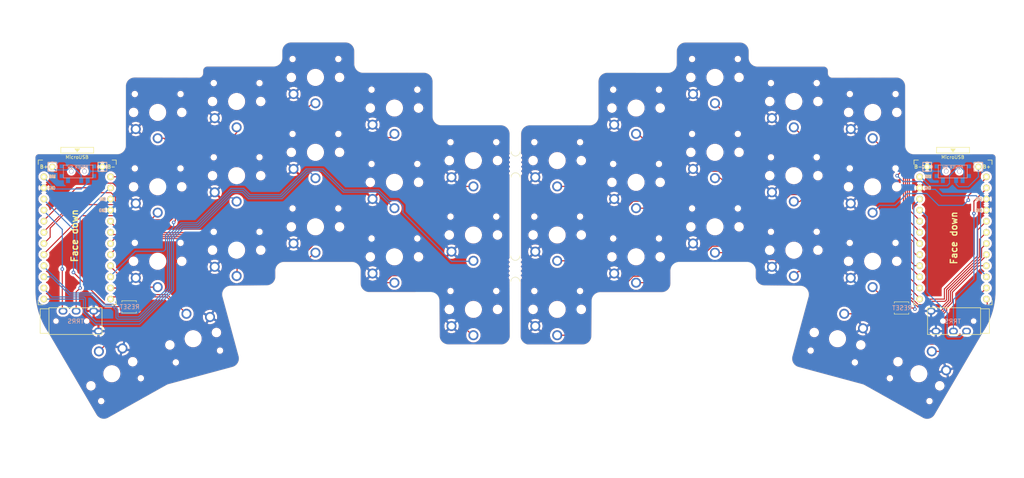
<source format=kicad_pcb>
(kicad_pcb (version 20241229) (generator "pcbnew") (generator_version "9.0")
  (layers (0 "F.Cu" signal) (2 "B.Cu" signal) (13 "F.Paste" user) (15 "B.Paste" user) (5 "F.SilkS" user "F.Silkscreen") (7 "B.SilkS" user "B.Silkscreen") (1 "F.Mask" user) (3 "B.Mask" user) (25 "Edge.Cuts" user))
  (net 0 "")
  (net 1 "BT+")
  (net 2 "gnd")
  (net 3 "vcc")
  (net 4 "Switch18")
  (net 5 "reset")
  (net 6 "Switch1")
  (net 7 "Switch2")
  (net 8 "Switch3")
  (net 9 "Switch4")
  (net 10 "Switch5")
  (net 11 "Switch6")
  (net 12 "Switch7")
  (net 13 "Switch8")
  (net 14 "Switch9")
  (net 15 "Switch10")
  (net 16 "Switch11")
  (net 17 "Switch12")
  (net 18 "Switch13")
  (net 19 "Switch14")
  (net 20 "Switch15")
  (net 21 "Switch16")
  (net 22 "Switch17")
  (net 23 "Net-(SW_POWER1-Pad1)")
  (net 24 "raw")
  (net 25 "BT+_r")
  (net 26 "Switch18_r")
  (net 27 "reset_r")
  (net 28 "Switch9_r")
  (net 29 "Switch10_r")
  (net 30 "Switch11_r")
  (net 31 "Switch12_r")
  (net 32 "Switch13_r")
  (net 33 "Switch14_r")
  (net 34 "Switch15_r")
  (net 35 "Switch16_r")
  (net 36 "Switch17_r")
  (net 37 "Switch1_r")
  (net 38 "Switch2_r")
  (net 39 "Switch3_r")
  (net 40 "Switch4_r")
  (net 41 "Switch5_r")
  (net 42 "Switch6_r")
  (net 43 "Switch7_r")
  (net 44 "Switch8_r")
  (net 45 "Net-(SW_POWERR1-Pad1)")
  (footprint "kbd:ProMicro_v3_min" (layer "F.Cu") (at 230.178 67.564)
    (property "Reference" "U1" (hide yes))
    (property "Value" "ProMicro-kbd" (hide yes))
  )
  (footprint "Kailh:TRRS-PJ-320A" (layer "F.Cu") (at 236.474 86.052 -90)
    (property "Reference" "J2")
    (property "Value" "AudioJack4dpb" (hide yes))
  )
  (footprint "* duckyb-collection:choc-v1-with-millmax" (layer "F.Cu") (at 175.856 64.516)
    (property "Reference" "SW16" (hide yes))
    (property "Value" "SW_Push" (hide yes))
  )
  (footprint "* duckyb-collection:choc-v1-with-millmax" (layer "F.Cu") (at 222.386 98.082 150)
    (property "Reference" "SW20" (hide yes))
    (property "Value" "SW_Push" (hide yes))
  )
  (footprint "* duckyb-collection:choc-v1-with-millmax" (layer "F.Cu") (at 157.856 71.374)
    (property "Reference" "SW15" (hide yes))
    (property "Value" "SW_Push" (hide yes))
  )
  (footprint "* duckyb-collection:choc-v1-with-millmax" (layer "F.Cu") (at 203.826 90.082 165)
    (property "Reference" "SW21" (hide yes))
    (property "Value" "SW_Push" (hide yes))
  )
  (footprint "* duckyb-collection:choc-v1-with-millmax" (layer "F.Cu") (at 193.856 69.85)
    (property "Reference" "SW17" (hide yes))
    (property "Value" "SW_Push" (hide yes))
  )
  (footprint "* duckyb-collection:choc-v1-with-millmax" (layer "F.Cu") (at 211.836 72.39)
    (property "Reference" "SW18" (hide yes))
    (property "Value" "SW_Push" (hide yes))
  )
  (footprint "* duckyb-collection:choc-v1-with-millmax" (layer "F.Cu") (at 175.856 30.382)
    (property "Reference" "SW4" (hide yes))
    (property "Value" "SW_Push" (hide yes))
  )
  (footprint "* duckyb-collection:choc-v1-with-millmax" (layer "F.Cu") (at 157.856 37.382)
    (property "Reference" "SW3" (hide yes))
    (property "Value" "SW_Push" (hide yes))
  )
  (footprint "* duckyb-collection:choc-v1-with-millmax" (layer "F.Cu") (at 157.856 54.356)
    (property "Reference" "SW9" (hide yes))
    (property "Value" "SW_Push" (hide yes))
  )
  (footprint "* duckyb-collection:choc-v1-with-millmax" (layer "F.Cu") (at 139.856 83.382)
    (property "Reference" "SW14" (hide yes))
    (property "Value" "SW_Push" (hide yes))
  )
  (footprint "* duckyb-collection:choc-v1-with-millmax" (layer "F.Cu") (at 211.836 55.372)
    (property "Reference" "SW12" (hide yes))
    (property "Value" "SW_Push" (hide yes))
  )
  (footprint "* duckyb-collection:choc-v1-with-millmax" (layer "F.Cu") (at 193.856 52.832)
    (property "Reference" "SW11" (hide yes))
    (property "Value" "SW_Push" (hide yes))
  )
  (footprint "* duckyb-collection:choc-v1-with-millmax" (layer "F.Cu") (at 139.856 66.382)
    (property "Reference" "SW8" (hide yes))
    (property "Value" "SW_Push" (hide yes))
  )
  (footprint "* duckyb-collection:choc-v1-with-millmax" (layer "F.Cu") (at 211.856 38.382)
    (property "Reference" "SW6" (hide yes))
    (property "Value" "SW_Push" (hide yes))
  )
  (footprint "* duckyb-collection:choc-v1-with-millmax" (layer "F.Cu") (at 193.856 35.882)
    (property "Reference" "SW5" (hide yes))
    (property "Value" "SW_Push" (hide yes))
  )
  (footprint "* duckyb-collection:choc-v1-with-millmax" (layer "F.Cu") (at 139.856 49.382)
    (property "Reference" "SW2" (hide yes))
    (property "Value" "SW_Push" (hide yes))
  )
  (footprint "Duckyb-Parts:mouse-bite-5mm-slot-with-space-for-track" (layer "F.Cu") (at 130.285481 74.092748)
    (property "Reference" "mouse-bite-2mm-slot" (hide yes))
    (property "Value" "VAL**" (hide yes))
  )
  (footprint "kbd:SW_SPST_B3U-1000P" (layer "F.Cu") (at 218.44 83.058)
    (property "Reference" "RSW1" (hide yes))
    (property "Value" "SW_Push")
  )
  (footprint "* duckyb-collection:choc-v1-with-millmax" (layer "F.Cu") (at 175.856 47.498)
    (property "Reference" "SW10" (hide yes))
    (property "Value" "SW_Push" (hide yes))
  )
  (footprint "kbd:1pin_conn" (layer "F.Cu") (at 235.966 50.8)
    (property "Reference" "B+")
    (property "Value" "MountingHole_Pad" (hide yes))
  )
  (footprint "kbd:1pin_conn" (layer "F.Cu") (at 224.282 50.8)
    (property "Reference" "B-")
    (property "Value" "MountingHole_Pad" (hide yes))
  )
  (footprint "kbd:ProMicro_v3_min" (layer "F.Cu") (at 30.326 67.564)
    (property "Reference" "U2" (hide yes))
    (property "Value" "ProMicro-kbd" (hide yes))
  )
  (footprint "Kailh:TRRS-PJ-320A" (layer "F.Cu") (at 23.876 86.052 90)
    (property "Reference" "J1")
    (property "Value" "AudioJack4dpb" (hide yes))
  )
  (footprint "* duckyb-collection:choc-v1-with-millmax" (layer "F.Cu") (at 48.686 72.39)
    (property "Reference" "SW17_r1" (hide yes))
    (property "Value" "SW_Push" (hide yes))
  )
  (footprint "* duckyb-collection:choc-v1-with-millmax" (layer "F.Cu") (at 66.7 52.832)
    (property "Reference" "SW11_r1" (hide yes))
    (property "Value" "SW_Push" (hide yes))
  )
  (footprint "* duckyb-collection:choc-v1-with-millmax" (layer "F.Cu") (at 84.688 64.516)
    (property "Reference" "SW15_r1" (hide yes))
    (property "Value" "SW_Push" (hide yes))
  )
  (footprint "* duckyb-collection:choc-v1-with-millmax" (layer "F.Cu") (at 102.714 71.374)
    (property "Reference" "SW18_r1" (hide yes))
    (property "Value" "SW_Push" (hide yes))
  )
  (footprint "* duckyb-collection:choc-v1-with-millmax" (layer "F.Cu") (at 48.686 38.382)
    (property "Reference" "SW6_r1" (hide yes))
    (property "Value" "SW_Push" (hide yes))
  )
  (footprint "* duckyb-collection:choc-v1-with-millmax" (layer "F.Cu") (at 66.7 35.882)
    (property "Reference" "SW5_r1" (hide yes))
    (property "Value" "SW_Push" (hide yes))
  )
  (footprint "* duckyb-collection:choc-v1-with-millmax" (layer "F.Cu") (at 120.732 49.382)
    (property "Reference" "SW2_r1" (hide yes))
    (property "Value" "SW_Push" (hide yes))
  )
  (footprint "* duckyb-collection:choc-v1-with-millmax" (layer "F.Cu") (at 66.7 69.85)
    (property "Reference" "SW16_r1" (hide yes))
    (property "Value" "SW_Push" (hide yes))
  )
  (footprint "* duckyb-collection:choc-v1-with-millmax" (layer "F.Cu") (at 84.688 30.382)
    (property "Reference" "SW4_r1" (hide yes))
    (property "Value" "SW_Push" (hide yes))
  )
  (footprint "* duckyb-collection:choc-v1-with-millmax" (layer "F.Cu") (at 120.732 83.382)
    (property "Reference" "SW13_r1" (hide yes))
    (property "Value" "SW_Push" (hide yes))
  )
  (footprint "* duckyb-collection:choc-v1-with-millmax" (layer "F.Cu") (at 48.686 55.372)
    (property "Reference" "SW12_r1" (hide yes))
    (property "Value" "SW_Push" (hide yes))
  )
  (footprint "* duckyb-collection:choc-v1-with-millmax" (layer "F.Cu") (at 102.714 37.382)
    (property "Reference" "SW3_r1" (hide yes))
    (property "Value" "SW_Push" (hide yes))
  )
  (footprint "* duckyb-collection:choc-v1-with-millmax" (layer "F.Cu") (at 102.714 54.356)
    (property "Reference" "SW8_r1" (hide yes))
    (property "Value" "SW_Push" (hide yes))
  )
  (footprint "* duckyb-collection:choc-v1-with-millmax" (layer "F.Cu") (at 56.778 90.082 -165)
    (property "Reference" "SW21_r1" (hide yes))
    (property "Value" "SW_Push" (hide yes))
  )
  (footprint "* duckyb-collection:choc-v1-with-millmax" (layer "F.Cu") (at 84.688 47.498)
    (property "Reference" "SW9_r1" (hide yes))
    (property "Value" "SW_Push" (hide yes))
  )
  (footprint "* duckyb-collection:choc-v1-with-millmax" (layer "F.Cu") (at 38.218 98.082 -150)
    (property "Reference" "SW20_r1" (hide yes))
    (property "Value" "SW_Push" (hide yes))
  )
  (footprint "* duckyb-collection:choc-v1-with-millmax" (layer "F.Cu") (at 120.732 66.382)
    (property "Reference" "SW7_r1" (hide yes))
    (property "Value" "SW_Push" (hide yes))
  )
  (footprint "kbd:1pin_conn" (layer "F.Cu") (at 36.068 50.8)
    (property "Reference" "B-")
    (property "Value" "MountingHole_Pad" (hide yes))
  )
  (footprint "kbd:1pin_conn" (layer "F.Cu") (at 24.638 50.8)
    (property "Reference" "B+")
    (property "Value" "MountingHole_Pad" (hide yes))
  )
  (footprint "kbd:SW_SPST_B3U-1000P" (layer "F.Cu") (at 42.164 82.804)
    (property "Reference" "RSW2" (hide yes))
    (property "Value" "SW_Push")
  )
  (footprint "Duckyb-Parts:mouse-bite-5mm-slot-with-space-for-track" (layer "F.Cu") (at 130.353938 50.266)
    (property "Reference" "mouse-bite-2mm-slot" (hide yes))
    (property "Value" "VAL**" (hide yes))
  )
  (footprint "Kailh:SPDT_C128955" (layer "B.Cu") (at 230.124 51.816 180)
    (property "Reference" "POWER SW")
    (property "Value" "SW_SPDT")
  )
  (footprint "Kailh:SPDT_C128955" (layer "B.Cu") (at 30.48 51.816 180)
    (property "Reference" "POWER SW")
    (property "Value" "SW_SPDT")
  )
  (gr_line (start 85.598 68.072) (end 100.482351 68.060029) (stroke (width 0.2)) (layer "F.Cu") (net 30))
  (gr_line (start 100.482351 68.060029) (end 100.487271 76.82399) (stroke (width 0.2)) (layer "F.Cu") (net 30))
  (gr_line (start 143.775453 89.282) (end 143.724897 77.154637) (stroke (width 0.2)) (layer "F.Cu") (net 16))
  (gr_line (start 99.391815 68.588976) (end 99.40587 77.294974) (stroke (width 0.2)) (layer "F.Cu") (net 31))
  (gr_line (start 143.724897 77.154637) (end 156 77.154637) (stroke (width 0.2)) (layer "F.Cu") (net 16))
  (gr_line (start 156 77.154637) (end 157.248964 75.808489) (stroke (width 0.2)) (layer "F.Cu") (net 16))
  (gr_line (start 85.46959 68.58) (end 99.391815 68.588976) (stroke (width 0.2)) (layer "F.Cu") (net 31))
  (gr_rect (start 27.178 50.419) (end 33.909 53.34) (stroke (width 0.12)) (fill no) (layer "B.SilkS"))
  (gr_rect (start 226.822 50.419) (end 233.426 53.34) (stroke (width 0.12)) (fill no) (layer "B.SilkS"))
  (gr_line (start 165.109592 29.334733) (end 151.257943 29.324974) (stroke (width 0.05)) (layer "Edge.Cuts"))
  (gr_line (start 112.975231 81.419697) (end 112.975304 81.419697) (stroke (width 0.05)) (layer "Edge.Cuts"))
  (gr_line (start 194.944973 96.54021) (end 209.526828 100.471456) (stroke (width 0.05)) (layer "Edge.Cuts"))
  (gr_line (start 113.024771 89.389687) (end 113.024696 89.389687) (stroke (width 0.05)) (layer "Edge.Cuts"))
  (gr_line (start 147.269148 41.323538) (end 147.269148 41.323573) (stroke (width 0.05)) (layer "Edge.Cuts"))
  (gr_arc (start 147.661516 89.405686) (mid 147.072034 90.811211) (end 145.663367 91.393249) (stroke (width 0.05)) (layer "Edge.Cuts"))
  (gr_line (start 129.371047 52.759427) (end 128.981545 52.759427) (stroke (width 0.05)) (layer "Edge.Cuts"))
  (gr_line (start 131.593545 47.679427) (end 131.276042 47.679427) (stroke (width 0.05)) (layer "Edge.Cuts"))
  (gr_line (start 39.416897 47.922307) (end 21.525487 47.919682) (stroke (width 0.05)) (layer "Edge.Cuts"))
  (gr_line (start 128.981545 52.759427) (end 128.981545 71.555427) (stroke (width 0.05)) (layer "Edge.Cuts"))
  (gr_arc (start 149.269746 31.324992) (mid 149.856037 29.910293) (end 151.257943 29.324974) (stroke (width 0.05)) (layer "Edge.Cuts"))
  (gr_line (start 181.5623 22.406366) (end 169.120452 22.406366) (stroke (width 0.05)) (layer "Edge.Cuts"))
  (gr_line (start 111.416466 31.309093) (end 111.416466 39.322558) (stroke (width 0.05)) (layer "Edge.Cuts"))
  (gr_line (start 131.593545 71.555427) (end 131.276043 71.555427) (stroke (width 0.05)) (layer "Edge.Cuts"))
  (gr_arc (start 221.269393 47.938197) (mid 219.855152 47.352778) (end 219.268956 45.922628) (stroke (width 0.05)) (layer "Edge.Cuts"))
  (gr_line (start 239.904746 65.807573) (end 239.916746 73.173573) (stroke (width 0.05)) (layer "Edge.Cuts"))
  (gr_arc (start 77.125791 25.886403) (mid 76.54078 27.302369) (end 75.125479 27.888886) (stroke (width 0.05)) (layer "Edge.Cuts"))
  (gr_arc (start 133.124069 91.404692) (mid 132 90.76729) (end 131.499805 89.652371) (stroke (width 0.05)) (layer "Edge.Cuts"))
  (gr_line (start 200.63939 27.901603) (end 185.560921 27.904776) (stroke (width 0.05)) (layer "Edge.Cuts"))
  (gr_line (start 77.125791 25.886403) (end 77.123858 24.393081) (stroke (width 0.05)) (layer "Edge.Cuts"))
  (gr_arc (start 131.602069 43.320572) (mid 132.201058 41.891765) (end 133.565308 41.319106) (stroke (width 0.05)) (layer "Edge.Cuts"))
  (gr_line (start 113.4166 41.307683) (end 126.9999 41.307683) (stroke (width 0.05)) (layer "Edge.Cuts"))
  (gr_line (start 65.3879 77.96475) (end 65.3879 77.964703) (stroke (width 0.05)) (layer "Edge.Cuts"))
  (gr_arc (start 149.269746 39.323692) (mid 148.683969 40.737815) (end 147.269148 41.323538) (stroke (width 0.05)) (layer "Edge.Cuts"))
  (gr_line (start 167.706114 72.560408) (end 183.1535 72.560408) (stroke (width 0.05)) (layer "Edge.Cuts"))
  (gr_line (start 59.043552 29.437179) (end 59.046664 28.880106) (stroke (width 0.05)) (layer "Edge.Cuts"))
  (gr_arc (start 75.540655 75.870644) (mid 74.966234 77.285482) (end 73.552314 77.882649) (stroke (width 0.05)) (layer "Edge.Cuts"))
  (gr_line (start 217.25844 30.409002) (end 202.64513 30.447438) (stroke (width 0.05)) (layer "Edge.Cuts"))
  (gr_arc (start 202.64513 30.447438) (mid 201.938402 30.157466) (end 201.64266 29.453027) (stroke (width 0.05)) (layer "Edge.Cuts"))
  (gr_line (start 128.999873 43.331054) (end 128.981545 47.679427) (stroke (width 0.05)) (layer "Edge.Cuts"))
  (gr_line (start 128.981545 76.635427) (end 129.037746 89.552688) (stroke (width 0.05)) (layer "Edge.Cuts"))
  (gr_line (start 201.64266 29.453027) (end 201.639509 28.888935) (stroke (width 0.05)) (layer "Edge.Cuts"))
  (gr_line (start 20.781466 48.669692) (end 20.781466 65.791683) (stroke (width 0.05)) (layer "Edge.Cuts"))
  (gr_line (start 197.208832 80.502655) (end 197.20891 80.502676) (stroke (width 0.05)) (layer "Edge.Cuts"))
  (gr_line (start 131.602069 43.320572) (end 131.593545 47.679427) (stroke (width 0.05)) (layer "Edge.Cuts"))
  (gr_line (start 209.989109 100.66065) (end 223.427928 108.195016) (stroke (width 0.05)) (layer "Edge.Cuts"))
  (gr_arc (start 217.25844 30.409002) (mid 218.675759 30.992631) (end 219.263657 32.408211) (stroke (width 0.05)) (layer "Edge.Cuts"))
  (gr_arc (start 41.422555 32.392268) (mid 42.010473 30.976732) (end 43.42776 30.393112) (stroke (width 0.05)) (layer "Edge.Cuts"))
  (gr_arc (start 37.258056 108.179254) (mid 35.987486 108.326641) (end 34.746118 107.456355) (stroke (width 0.05)) (layer "Edge.Cuts"))
  (gr_line (start 239.904719 48.685592) (end 239.904746 48.685592) (stroke (width 0.05)) (layer "Edge.Cuts"))
  (gr_line (start 167.136118 24.4015) (end 167.128931 27.339684) (stroke (width 0.05)) (layer "Edge.Cuts"))
  (gr_line (start 60.046858 27.885713) (end 75.125479 27.888886) (stroke (width 0.05)) (layer "Edge.Cuts"))
  (gr_line (start 93.550114 24.3936) (end 93.557312 27.336174) (stroke (width 0.05)) (layer "Edge.Cuts"))
  (gr_line (start 165.700814 77.442345) (end 165.69298 74.565939) (stroke (width 0.05)) (layer "Edge.Cuts"))
  (gr_arc (start 167.128931 27.339684) (mid 166.540939 28.751229) (end 165.109592 29.334733) (stroke (width 0.05)) (layer "Edge.Cuts"))
  (gr_arc (start 200.63939 27.901603) (mid 201.344638 28.192438) (end 201.639509 28.888935) (stroke (width 0.05)) (layer "Edge.Cuts"))
  (gr_arc (start 63.47731 80.486814) (mid 63.81374 78.75696) (end 65.3879 77.96475) (stroke (width 0.05)) (layer "Edge.Cuts"))
  (gr_line (start 239.916746 73.173573) (end 239.904747 79.311205) (stroke (width 0.05)) (layer "Edge.Cuts"))
  (gr_arc (start 91.5501 22.390476) (mid 92.962589 22.974533) (end 93.550114 24.3936) (stroke (width 0.05)) (layer "Edge.Cuts"))
  (gr_line (start 197.20891 80.502676) (end 193.534889 94.086908) (stroke (width 0.05)) (layer "Edge.Cuts"))
  (gr_arc (start 115.022889 91.377359) (mid 113.614229 90.795293) (end 113.024771 89.389687) (stroke (width 0.05)) (layer "Edge.Cuts"))
  (gr_arc (start 131.276042 47.679427) (mid 130.323545 48.3243) (end 129.370957 47.679427) (stroke (width 0.05)) (layer "Edge.Cuts"))
  (gr_arc (start 187.125401 77.898454) (mid 185.719987 77.301362) (end 185.145557 75.886507) (stroke (width 0.05)) (layer "Edge.Cuts"))
  (gr_line (start 127.001968 91.388804) (end 115.022889 91.377359) (stroke (width 0.05)) (layer "Edge.Cuts"))
  (gr_line (start 239.904746 48.685592) (end 239.904746 65.807573) (stroke (width 0.05)) (layer "Edge.Cuts"))
  (gr_line (start 131.530045 76.635427) (end 131.275953 76.635427) (stroke (width 0.05)) (layer "Edge.Cuts"))
  (gr_arc (start 129.371047 52.759427) (mid 130.323545 52.114554) (end 131.275952 52.759427) (stroke (width 0.05)) (layer "Edge.Cuts"))
  (gr_line (start 92.9933 72.544518) (end 77.522903 72.544518) (stroke (width 0.05)) (layer "Edge.Cuts"))
  (gr_line (start 221.269393 47.938197) (end 239.15459 47.935573) (stroke (width 0.05)) (layer "Edge.Cuts"))
  (gr_arc (start 96.9855 79.432023) (mid 95.569277 78.844279) (end 94.985423 77.41728) (stroke (width 0.05)) (layer "Edge.Cuts"))
  (gr_line (start 219.268956 45.922628) (end 219.263657 32.408211) (stroke (width 0.05)) (layer "Edge.Cuts"))
  (gr_line (start 95.558809 29.318856) (end 109.415091 29.309093) (stroke (width 0.05)) (layer "Edge.Cuts"))
  (gr_arc (start 50.70186 100.642093) (mid 50.924761 100.534679) (end 51.159279 100.455595) (stroke (width 0.05)) (layer "Edge.Cuts"))
  (gr_arc (start 113.4166 41.307683) (mid 112.002278 40.721884) (end 111.416466 39.322558) (stroke (width 0.05)) (layer "Edge.Cuts"))
  (gr_line (start 131.530045 76.635427) (end 131.499805 89.652371) (stroke (width 0.05)) (layer "Edge.Cuts"))
  (gr_line (start 131.593545 52.759427) (end 131.275952 52.759427) (stroke (width 0.05)) (layer "Edge.Cuts"))
  (gr_line (start 183.562324 24.408981) (end 183.562354 24.408981) (stroke (width 0.05)) (layer "Edge.Cuts"))
  (gr_arc (start 195.298398 77.980594) (mid 196.872489 78.772849) (end 197.208832 80.502655) (stroke (width 0.05)) (layer "Edge.Cuts"))
  (gr_arc (start 126.9999 41.307683) (mid 128.414777 41.894074) (end 128.999873 43.331054) (stroke (width 0.05)) (layer "Edge.Cuts"))
  (gr_arc (start 23.712686 88.639787) (mid 21.238553 83.05688) (end 20.781465 79.29496) (stroke (width 0.05)) (layer "Edge.Cuts"))
  (gr_arc (start 59.046664 28.880106) (mid 59.341589 28.176564) (end 60.046858 27.885713) (stroke (width 0.05)) (layer "Edge.Cuts"))
  (gr_line (start 73.552314 77.882649) (end 65.3879 77.964703) (stroke (width 0.05)) (layer "Edge.Cuts"))
  (gr_line (start 110.9753 79.432023) (end 96.9855 79.432023) (stroke (width 0.05)) (layer "Edge.Cuts"))
  (gr_line (start 94.985423 77.41728) (end 94.993232 74.549965) (stroke (width 0.05)) (layer "Edge.Cuts"))
  (gr_line (start 50.70186 100.642093) (end 37.258056 108.179254) (stroke (width 0.05)) (layer "Edge.Cuts"))
  (gr_line (start 183.560421 25.902103) (end 183.562354 24.408981) (stroke (width 0.05)) (layer "Edge.Cuts"))
  (gr_line (start 129.371059 76.635427) (end 128.981545 76.635427) (stroke (width 0.05)) (layer "Edge.Cuts"))
  (gr_arc (start 239.904747 79.311205) (mid 239.447663 83.072771) (end 236.973724 88.655337) (stroke (width 0.05)) (layer "Edge.Cuts"))
  (gr_line (start 20.781466 65.791683) (end 20.769466 73.157683) (stroke (width 0.05)) (layer "Edge.Cuts"))
  (gr_line (start 236.973724 88.655337) (end 225.939769 107.472799) (stroke (width 0.05)) (layer "Edge.Cuts"))
  (gr_line (start 63.47731 80.486814) (end 67.15132 94.071005) (stroke (width 0.05)) (layer "Edge.Cuts"))
  (gr_line (start 131.593545 52.759427) (end 131.593545 71.555427) (stroke (width 0.05)) (layer "Edge.Cuts"))
  (gr_line (start 23.712686 88.639787) (end 34.746118 107.456355) (stroke (width 0.05)) (layer "Edge.Cuts"))
  (gr_arc (start 95.558809 29.318856) (mid 94.14532 28.735285) (end 93.557312 27.336174) (stroke (width 0.05)) (layer "Edge.Cuts"))
  (gr_line (start 79.134483 22.390476) (end 91.5501 22.390476) (stroke (width 0.05)) (layer "Edge.Cuts"))
  (gr_line (start 149.269746 31.324992) (end 149.269746 39.323692) (stroke (width 0.05)) (layer "Edge.Cuts"))
  (gr_arc (start 194.944973 96.54021) (mid 193.73155 95.605756) (end 193.534902 94.086911) (stroke (width 0.05)) (layer "Edge.Cuts"))
  (gr_arc (start 165.69298 74.565939) (mid 166.276833 73.148137) (end 167.706114 72.560408) (stroke (width 0.05)) (layer "Edge.Cuts"))
  (gr_line (start 20.769466 73.157683) (end 20.781465 79.29496) (stroke (width 0.05)) (layer "Edge.Cuts"))
  (gr_line (start 129.370957 47.679427) (end 128.981545 47.679427) (stroke (width 0.05)) (layer "Edge.Cuts"))
  (gr_arc (start 209.526828 100.471456) (mid 209.761448 100.550574) (end 209.989109 100.66065) (stroke (width 0.05)) (layer "Edge.Cuts"))
  (gr_line (start 147.269148 41.323573) (end 133.565308 41.319106) (stroke (width 0.05)) (layer "Edge.Cuts"))
  (gr_arc (start 75.532739 74.55654) (mid 76.114227 73.134554) (end 77.522903 72.544518) (stroke (width 0.05)) (layer "Edge.Cuts"))
  (gr_arc (start 129.371059 76.635427) (mid 130.323545 75.990554) (end 131.275953 76.635427) (stroke (width 0.05)) (layer "Edge.Cuts"))
  (gr_arc (start 129.037746 89.552688) (mid 128.387428 90.87979) (end 127.001968 91.388804) (stroke (width 0.05)) (layer "Edge.Cuts"))
  (gr_line (start 129.370958 71.555427) (end 128.981545 71.555427) (stroke (width 0.05)) (layer "Edge.Cuts"))
  (gr_line (start 187.125401 77.898454) (end 195.298398 77.980594) (stroke (width 0.05)) (layer "Edge.Cuts"))
  (gr_arc (start 77.123858 24.393081) (mid 77.708731 22.977173) (end 79.134483 22.390476) (stroke (width 0.05)) (layer "Edge.Cuts"))
  (gr_line (start 147.661516 89.405686) (end 147.710908 81.435498) (stroke (width 0.05)) (layer "Edge.Cuts"))
  (gr_arc (start 41.41725 45.923036) (mid 40.831075 47.336874) (end 39.416897 47.922302) (stroke (width 0.05)) (layer "Edge.Cuts"))
  (gr_line (start 185.153473 74.572456) (end 185.145557 75.886507) (stroke (width 0.05)) (layer "Edge.Cuts"))
  (gr_arc (start 225.939769 107.472799) (mid 224.698735 108.342593) (end 223.427928 108.195016) (stroke (width 0.05)) (layer "Edge.Cuts"))
  (gr_arc (start 167.136118 24.4015) (mid 167.723639 22.990445) (end 169.120452 22.406366) (stroke (width 0.05)) (layer "Edge.Cuts"))
  (gr_line (start 65.735437 96.525884) (end 51.159279 100.455595) (stroke (width 0.05)) (layer "Edge.Cuts"))
  (gr_arc (start 165.700814 77.442345) (mid 165.116923 78.860164) (end 163.7007 79.447913) (stroke (width 0.05)) (layer "Edge.Cuts"))
  (gr_arc (start 185.560921 27.904776) (mid 184.145462 27.318199) (end 183.560421 25.902103) (stroke (width 0.05)) (layer "Edge.Cuts"))
  (gr_arc (start 147.710908 81.435498) (mid 148.301036 80.0293) (end 149.71087 79.447913) (stroke (width 0.05)) (layer "Edge.Cuts"))
  (gr_arc (start 20.781466 48.669692) (mid 21.001137 48.139347) (end 21.525487 47.919682) (stroke (width 0.05)) (layer "Edge.Cuts"))
  (gr_arc (start 109.415091 29.309093) (mid 110.830203 29.894369) (end 111.416466 31.309093) (stroke (width 0.05)) (layer "Edge.Cuts"))
  (gr_arc (start 67.15132 94.071005) (mid 66.954668 95.589869) (end 65.735437 96.525884) (stroke (width 0.05)) (layer "Edge.Cuts"))
  (gr_arc (start 110.9753 79.432023) (mid 112.385129 80.013451) (end 112.975231 81.419697) (stroke (width 0.05)) (layer "Edge.Cuts"))
  (gr_line (start 133.124069 91.404692) (end 145.663367 91.393249) (stroke (width 0.05)) (layer "Edge.Cuts"))
  (gr_line (start 43.42776 30.393112) (end 58.044969 30.431559) (stroke (width 0.05)) (layer "Edge.Cuts"))
  (gr_line (start 113.024696 89.389687) (end 112.975304 81.419697) (stroke (width 0.05)) (layer "Edge.Cuts"))
  (gr_arc (start 181.5623 22.406366) (mid 182.977458 22.993086) (end 183.562324 24.408981) (stroke (width 0.05)) (layer "Edge.Cuts"))
  (gr_line (start 193.534902 94.086911) (end 193.534889 94.086908) (stroke (width 0.05)) (layer "Edge.Cuts"))
  (gr_line (start 39.416897 47.922302) (end 39.416897 47.922307) (stroke (width 0.05)) (layer "Edge.Cuts"))
  (gr_arc (start 92.9933 72.544518) (mid 94.409408 73.132212) (end 94.993232 74.549965) (stroke (width 0.05)) (layer "Edge.Cuts"))
  (gr_line (start 41.41725 45.923036) (end 41.422555 32.392268) (stroke (width 0.05)) (layer "Edge.Cuts"))
  (gr_arc (start 131.276043 71.555427) (mid 130.323545 72.2003) (end 129.370958 71.555427) (stroke (width 0.05)) (layer "Edge.Cuts"))
  (gr_arc (start 59.043552 29.437179) (mid 58.747776 30.141572) (end 58.044969 30.431559) (stroke (width 0.05)) (layer "Edge.Cuts"))
  (gr_line (start 75.532739 74.55654) (end 75.540655 75.870644) (stroke (width 0.05)) (layer "Edge.Cuts"))
  (gr_arc (start 239.15459 47.935573) (mid 239.685053 48.155258) (end 239.904719 48.685592) (stroke (width 0.05)) (layer "Edge.Cuts"))
  (gr_line (start 149.71087 79.447913) (end 163.7007 79.447913) (stroke (width 0.05)) (layer "Edge.Cuts"))
  (gr_arc (start 183.1535 72.560408) (mid 184.571964 73.150465) (end 185.153473 74.572456) (stroke (width 0.05)) (layer "Edge.Cuts"))
  (gr_text "Face down" (at 230.378 67.056 90) (layer "F.SilkS") (effects (font (size 1.5 1.5) (thickness 0.3))))
  (gr_text "Face down" (at 29.718 66.548 90) (layer "F.SilkS") (effects (font (size 1.5 1.5) (thickness 0.3))))
  (segment (start 25.360999 51.522999) (end 28.051999 51.522999) (width 0.25) (layer "B.Cu") (net 1))
  (segment (start 24.638 50.8) (end 25.360999 51.522999) (width 0.25) (layer "B.Cu") (net 1))
  (segment (start 29.046501 50.890501) (end 29.373499 50.890501) (width 0.25) (layer "B.Cu") (net 1))
  (segment (start 28.738499 50.836499) (end 28.992499 50.836499) (width 0.25) (layer "B.Cu") (net 1))
  (segment (start 31.23 52.747002) (end 31.23 53.891) (width 0.25) (layer "B.Cu") (net 1))
  (segment (start 28.051999 51.522999) (end 28.738499 50.836499) (width 0.25) (layer "B.Cu") (net 1))
  (segment (start 29.373499 50.890501) (end 31.23 52.747002) (width 0.25) (layer "B.Cu") (net 1))
  (segment (start 28.992499 50.836499) (end 29.046501 50.890501) (width 0.25) (layer "B.Cu") (net 1))
  (segment (start 224.8576 85.65317) (end 225.174 85.33677) (width 0.25) (layer "F.Cu") (net 2))
  (segment (start 225.174 85.33677) (end 225.174 83.552) (width 0.25) (layer "F.Cu") (net 2))
  (segment (start 216.74 83.058) (end 216.74 84.758) (width 0.25) (layer "F.Cu") (net 2))
  (segment (start 216.74 85.54477) (end 216.8484 85.65317) (width 0.25) (layer "F.Cu") (net 2))
  (segment (start 216.8484 85.65317) (end 224.8576 85.65317) (width 0.25) (layer "F.Cu") (net 2))
  (segment (start 216.74 84.758) (end 216.74 85.54477) (width 0.25) (layer "F.Cu") (net 2))
  (segment (start 40.40601 82.74601) (end 40.464 82.804) (width 0.25) (layer "F.Cu") (net 2))
  (segment (start 34.076 83.552) (end 37.80201 83.552) (width 0.25) (layer "F.Cu") (net 2))
  (segment (start 37.80201 83.552) (end 38.608 82.74601) (width 0.25) (layer "F.Cu") (net 2))
  (segment (start 38.608 82.74601) (end 40.40601 82.74601) (width 0.25) (layer "F.Cu") (net 2))
  (segment (start 213.159159 42.182) (end 206.856 42.182) (width 0.25) (layer "B.Cu") (net 2))
  (segment (start 221.777159 50.8) (end 213.159159 42.182) (width 0.25) (layer "B.Cu") (net 2))
  (segment (start 226.254 88.332) (end 226.274 88.352) (width 0.25) (layer "B.Cu") (net 2))
  (segment (start 226.244 88.322) (end 226.274 88.352) (width 0.25) (layer "B.Cu") (net 2))
  (segment (start 224.282 50.8) (end 221.777159 50.8) (width 0.25) (layer "B.Cu") (net 2))
  (segment (start 26.924 83.4) (end 27.076 83.552) (width 0.25) (layer "F.Cu") (net 3))
  (segment (start 26.924 74.168) (end 26.924 83.4) (width 0.25) (layer "F.Cu") (net 3))
  (via (at 26.924 74.168) (size 0.8) (drill 0.4) (layers "F.Cu" "B.Cu") (net 3))
  (segment (start 233.254 88.332) (end 233.274 88.352) (width 0.25) (layer "B.Cu") (net 3))
  (segment (start 26.924 65.1126) (end 26.924 74.168) (width 0.25) (layer "B.Cu") (net 3))
  (segment (start 22.5174 60.706) (end 26.924 65.1126) (width 0.25) (layer "B.Cu") (net 3))
  (segment (start 224.282 62.2186) (end 224.282 79.502) (width 0.25) (layer "B.Cu") (net 3))
  (segment (start 229.108 89.662) (end 231.764 89.662) (width 0.25) (layer "B.Cu") (net 3))
  (segment (start 222.7694 60.706) (end 224.282 62.2186) (width 0.25) (layer "B.Cu") (net 3))
  (segment (start 231.764 89.662) (end 233.274 88.152) (width 0.25) (layer "B.Cu") (net 3))
  (segment (start 228.854 84.074) (end 228.854 89.408) (width 0.25) (layer "B.Cu") (net 3))
  (segment (start 228.854 89.408) (end 229.108 89.662) (width 0.25) (layer "B.Cu") (net 3))
  (segment (start 224.282 79.502) (end 228.854 84.074) (width 0.25) (layer "B.Cu") (net 3))
  (segment (start 237.9894 55.626) (end 234.95 58.6654) (width 0.25) (layer "F.Cu") (net 4))
  (segment (start 234.95 58.6654) (end 234.95 61.468) (width 0.25) (layer "F.Cu") (net 4))
  (via (at 234.95 61.468) (size 0.8) (drill 0.4) (layers "F.Cu" "B.Cu") (net 4))
  (segment (start 230.274 81.13) (end 234.95 76.454) (width 0.25) (layer "B.Cu") (net 4))
  (segment (start 230.274 88.152) (end 230.274 81.13) (width 0.25) (layer "B.Cu") (net 4))
  (segment (start 234.95 76.454) (end 234.95 61.468) (width 0.25) (layer "B.Cu") (net 4))
  (segment (start 220.14 83.058) (end 221.234 83.058) (width 0.25) (layer "F.Cu") (net 5))
  (segment (start 221.234 83.058) (end 221.488 83.312) (width 0.25) (layer "F.Cu") (net 5))
  (via (at 221.488 83.312) (size 0.8) (drill 0.4) (layers "F.Cu" "B.Cu") (net 5))
  (segment (start 221.488 82.55) (end 221.234 82.296) (width 0.25) (layer "B.Cu") (net 5))
  (segment (start 221.488 83.312) (end 221.488 82.55) (width 0.25) (layer "B.Cu") (net 5))
  (segment (start 221.234 59.7014) (end 221.234 82.296) (width 0.25) (layer "B.Cu") (net 5))
  (segment (start 222.7694 58.166) (end 221.234 59.7014) (width 0.25) (layer "B.Cu") (net 5))
  (segment (start 217.678 50.292) (end 218.41796 51.03196) (width 0.25) (layer "F.Cu") (net 6))
  (segment (start 155.956 44.958) (end 162.814 44.958) (width 0.25) (layer "F.Cu") (net 6))
  (segment (start 205.994 50.292) (end 217.678 50.292) (width 0.25) (layer "F.Cu") (net 6))
  (segment (start 218.41796 51.03196) (end 218.41796 51.83804) (width 0.25) (layer "F.Cu") (net 6))
  (segment (start 199.84001 47.69401) (end 202.946 50.8) (width 0.25) (layer "F.Cu") (net 6))
  (segment (start 167.057719 43.732009) (end 169.641728 41.148) (width 0.25) (layer "F.Cu") (net 6))
  (segment (start 164.03999 43.73201) (end 167.057719 43.732009) (width 0.25) (layer "F.Cu") (net 6))
  (segment (start 162.814 44.958) (end 164.03999 43.73201) (width 0.25) (layer "F.Cu") (net 6))
  (segment (start 183.38518 41.148) (end 188.6032 46.36602) (width 0.25) (layer "F.Cu") (net 6))
  (segment (start 202.946 50.8) (end 205.486 50.8) (width 0.25) (layer "F.Cu") (net 6))
  (segment (start 196.53079 46.36602) (end 197.85878 47.69401) (width 0.25) (layer "F.Cu") (net 6))
  (segment (start 197.85878 47.69401) (end 199.84001 47.69401) (width 0.25) (layer "F.Cu") (net 6))
  (segment (start 188.6032 46.36602) (end 196.53079 46.36602) (width 0.25) (layer "F.Cu") (net 6))
  (segment (start 218.41796 51.83804) (end 217.424 52.832) (width 0.25) (layer "F.Cu") (net 6))
  (segment (start 205.486 50.8) (end 205.994 50.292) (width 0.25) (layer "F.Cu") (net 6))
  (segment (start 169.641728 41.148) (end 183.38518 41.148) (width 0.25) (layer "F.Cu") (net 6))
  (segment (start 139.856 55.282) (end 145.632 55.282) (width 0.25) (layer "F.Cu") (net 6))
  (segment (start 145.632 55.282) (end 155.956 44.958) (width 0.25) (layer "F.Cu") (net 6))
  (via (at 217.424 52.832) (size 0.8) (drill 0.4) (layers "F.Cu" "B.Cu") (net 6))
  (segment (start 237.9894 75.946) (end 236.4697 74.4263) (width 0.25) (layer "B.Cu") (net 6))
  (segment (start 236.4697 58.4243) (end 235.4451 57.3997) (width 0.25) (layer "B.Cu") (net 6))
  (segment (start 236.4697 74.4263) (end 236.4697 58.4243) (width 0.25) (layer "B.Cu") (net 6))
  (segment (start 224.711081 55.958919) (end 222.925163 54.173001) (width 0.25) (layer "B.Cu") (net 6))
  (segment (start 218.765001 54.173001) (end 217.424 52.832) (width 0.25) (layer "B.Cu") (net 6))
  (segment (start 235.4451 57.3997) (end 227.5797 57.3997) (width 0.25) (layer "B.Cu") (net 6))
  (segment (start 227.5797 57.3997) (end 226.138919 55.958919) (width 0.25) (layer "B.Cu") (net 6))
  (segment (start 226.138919 55.958919) (end 224.711081 55.958919) (width 0.25) (layer "B.Cu") (net 6))
  (segment (start 222.925163 54.173001) (end 218.765001 54.173001) (width 0.25) (layer "B.Cu") (net 6))
  (segment (start 203.07441 50.292) (end 205.35759 50.292) (width 0.25) (layer "F.Cu") (net 7))
  (segment (start 205.933189 49.716401) (end 218.243991 49.716401) (width 0.25) (layer "F.Cu") (net 7))
  (segment (start 218.86797 50.34038) (end 218.86797 65.70597) (width 0.25) (layer "F.Cu") (net 7))
  (segment (start 200.026411 47.244001) (end 203.07441 50.292) (width 0.25) (layer "F.Cu") (net 7))
  (segment (start 159.234991 44.172991) (end 162.962599 44.172991) (width 0.25) (layer "F.Cu") (net 7))
  (segment (start 163.853591 43.282001) (end 166.871317 43.282001) (width 0.25) (layer "F.Cu") (net 7))
  (segment (start 157.856 43.282) (end 158.344 43.282) (width 0.25) (layer "F.Cu") (net 7))
  (segment (start 169.513318 40.64) (end 183.51359 40.64) (width 0.25) (layer "F.Cu") (net 7))
  (segment (start 205.35759 50.292) (end 205.933189 49.716401) (width 0.25) (layer "F.Cu") (net 7))
  (segment (start 166.871317 43.282001) (end 169.513318 40.64) (width 0.25) (layer "F.Cu") (net 7))
  (segment (start 162.962599 44.172991) (end 163.853591 43.282001) (width 0.25) (layer "F.Cu") (net 7))
  (segment (start 158.344 43.282) (end 159.234991 44.172991) (width 0.25) (layer "F.Cu") (net 7))
  (segment (start 218.243991 49.716401) (end 218.86797 50.34038) (width 0.25) (layer "F.Cu") (net 7))
  (segment (start 221.234 70.358) (end 221.742 70.866) (width 0.25) (layer "F.Cu") (net 7))
  (segment (start 218.86797 65.70597) (end 221.234 68.072) (width 0.25) (layer "F.Cu") (net 7))
  (segment (start 221.234 68.072) (end 221.234 70.358) (width 0.25) (layer "F.Cu") (net 7))
  (segment (start 221.742 70.866) (end 222.5694 70.866) (width 0.25) (layer "F.Cu") (net 7))
  (segment (start 198.55318 47.244) (end 200.026411 47.244001) (width 0.25) (layer "F.Cu") (net 7))
  (segment (start 198.46359 47.15441) (end 198.55318 47.244) (width 0.25) (layer "F.Cu") (net 7))
  (segment (start 196.71719 45.91601) (end 197.95559 47.15441) (width 0.25) (layer "F.Cu") (net 7))
  (segment (start 183.51359 40.64) (end 188.7896 45.91601) (width 0.25) (layer "F.Cu") (net 7))
  (segment (start 188.7896 45.91601) (end 196.71719 45.91601) (width 0.25) (layer "F.Cu") (net 7))
  (segment (start 197.95559 47.15441) (end 198.46359 47.15441) (width 0.25) (layer "F.Cu") (net 7))
  (segment (start 219.31798 64.87458) (end 222.7694 68.326) (width 0.25) (layer "F.Cu") (net 8))
  (segment (start 188.976 45.466) (end 196.90359 45.466) (width 0.25) (layer "F.Cu") (net 8))
  (segment (start 179.76399 40.18999) (end 183.69999 40.18999) (width 0.25) (layer "F.Cu") (net 8))
  (segment (start 198.1156 46.67801) (end 200.20999 46.67801) (width 0.25) (layer "F.Cu") (net 8))
  (segment (start 218.430392 49.266392) (end 219.31798 50.15398) (width 0.25) (layer "F.Cu") (net 8))
  (segment (start 183.69999 40.18999) (end 188.976 45.466) (width 0.25) (layer "F.Cu") (net 8))
  (segment (start 205.17119 49.84199) (end 205.746788 49.266392) (width 0.25) (layer "F.Cu") (net 8))
  (segment (start 219.31798 50.15398) (end 219.31798 64.87458) (width 0.25) (layer "F.Cu") (net 8))
  (segment (start 196.90359 45.466) (end 198.1156 46.67801) (width 0.25) (layer "F.Cu") (net 8))
  (segment (start 175.856 36.282) (end 179.76399 40.18999) (width 0.25) (layer "F.Cu") (net 8))
  (segment (start 205.746788 49.266392) (end 218.430392 49.266392) (width 0.25) (layer "F.Cu") (net 8))
  (segment (start 203.26081 49.84199) (end 205.17119 49.84199) (width 0.25) (layer "F.Cu") (net 8))
  (segment (start 200.20999 46.67801) (end 200.20999 46.79117) (width 0.25) (layer "F.Cu") (net 8))
  (segment (start 200.20999 46.79117) (end 203.26081 49.84199) (width 0.25) (layer "F.Cu") (net 8))
  (segment (start 193.856 41.782) (end 198.302 46.228) (width 0.25) (layer "F.Cu") (net 9))
  (segment (start 219.76799 49.84199) (end 219.76799 62.78459) (width 0.25) (layer "F.Cu") (net 9))
  (segment (start 203.44721 49.39198) (end 204.98479 49.39198) (width 0.25) (layer "F.Cu") (net 9))
  (segment (start 205.560388 48.816382) (end 218.742382 48.816382) (width 0.25) (layer "F.Cu") (net 9))
  (segment (start 218.742382 48.816382) (end 219.76799 49.84199) (width 0.25) (layer "F.Cu") (net 9))
  (segment (start 200.66 46.49161) (end 200.66 46.60477) (width 0.25) (layer "F.Cu") (net 9))
  (segment (start 200.396391 46.228001) (end 200.66 46.49161) (width 0.25) (layer "F.Cu") (net 9))
  (segment (start 204.98479 49.39198) (end 205.560388 48.816382) (width 0.25) (layer "F.Cu") (net 9))
  (segment (start 219.76799 62.78459) (end 222.7694 65.786) (width 0.25) (layer "F.Cu") (net 9))
  (segment (start 198.302 46.228) (end 200.396391 46.228001) (width 0.25) (layer "F.Cu") (net 9))
  (segment (start 200.66 46.60477) (end 203.44721 49.39198) (width 0.25) (layer "F.Cu") (net 9))
  (segment (start 220.218 49.276) (end 220.218 60.6946) (width 0.25) (layer "F.Cu") (net 10))
  (segment (start 211.856 44.282) (end 215.940372 48.366372) (width 0.25) (layer "F.Cu") (net 10))
  (segment (start 215.940372 48.366372) (end 219.308372 48.366372) (width 0.25) (layer "F.Cu") (net 10))
  (segment (start 220.218 60.6946) (end 222.7694 63.246) (width 0.25) (layer "F.Cu") (net 10))
  (segment (start 219.308372 48.366372) (end 220.218 49.276) (width 0.25) (layer "F.Cu") (net 10))
  (segment (start 189.93401 58.98599) (end 192.659 56.261) (width 0.25) (layer "F.Cu") (net 11))
  (segment (start 220.61002 68.08443) (end 220.61002 72.52802) (width 0.25) (layer "F.Cu") (net 11))
  (segment (start 206.363981 65.139981) (end 217.665571 65.139981) (width 0.25) (layer "F.Cu") (net 11))
  (segment (start 157.226 58.674) (end 159.004 58.674) (width 0.25) (layer "F.Cu") (net 11))
  (segment (start 197.485 56.261) (end 206.363981 65.139981) (width 0.25) (layer "F.Cu") (net 11))
  (segment (start 166.12701 59.80599) (end 174.625 51.308) (width 0.25) (layer "F.Cu") (net 11))
  (segment (start 180.097546 54.621546) (end 180.097546 56.399546) (width 0.25) (layer "F.Cu") (net 11))
  (segment (start 159.004 58.674) (end 160.13599 59.80599) (width 0.25) (layer "F.Cu") (net 11))
  (segment (start 160.13599 59.80599) (end 166.12701 59.80599) (width 0.25) (layer "F.Cu") (net 11))
  (segment (start 176.784 51.308) (end 180.097546 54.621546) (width 0.25) (layer "F.Cu") (net 11))
  (segment (start 174.625 51.308) (end 176.784 51.308) (width 0.25) (layer "F.Cu") (net 11))
  (segment (start 180.097546 56.399546) (end 182.68399 58.98599) (width 0.25) (layer "F.Cu") (net 11))
  (segment (start 143.618 72.282) (end 157.226 58.674) (width 0.25) (layer "F.Cu") (net 11))
  (segment (start 217.665571 65.139981) (end 220.61002 68.08443) (width 0.25) (layer "F.Cu") (net 11))
  (segment (start 192.659 56.261) (end 197.485 56.261) (width 0.25) (layer "F.Cu") (net 11))
  (segment (start 220.61002 72.52802) (end 221.488 73.406) (width 0.25) (layer "F.Cu") (net 11))
  (segment (start 221.488 73.406) (end 222.5694 73.406) (width 0.25) (layer "F.Cu") (net 11))
  (segment (start 139.856 72.282) (end 143.618 72.282) (width 0.25) (layer "F.Cu") (net 11))
  (segment (start 182.68399 58.98599) (end 189.93401 58.98599) (width 0.25) (layer "F.Cu") (net 11))
  (segment (start 197.298802 56.71052) (end 206.178273 65.589991) (width 0.25) (layer "F.Cu") (net 12))
  (segment (start 166.312718 60.256) (end 174.752718 51.816) (width 0.25) (layer "F.Cu") (net 12))
  (segment (start 220.16001 68.27083) (end 220.16001 73.53661) (width 0.25) (layer "F.Cu") (net 12))
  (segment (start 179.648026 56.641616) (end 182.44241 59.436) (width 0.25) (layer "F.Cu") (net 12))
  (segment (start 179.648026 54.807744) (end 179.648026 56.641616) (width 0.25) (layer "F.Cu") (net 12))
  (segment (start 176.656282 51.816) (end 179.648026 54.807744) (width 0.25) (layer "F.Cu") (net 12))
  (segment (start 182.44241 59.436) (end 190.119718 59.436) (width 0.25) (layer "F.Cu") (net 12))
  (segment (start 220.16001 73.53661) (end 222.5694 75.946) (width 0.25) (layer "F.Cu") (net 12))
  (segment (start 206.178273 65.589991) (end 217.479171 65.589991) (width 0.25) (layer "F.Cu") (net 12))
  (segment (start 174.752718 51.816) (end 176.656282 51.816) (width 0.25) (layer "F.Cu") (net 12))
  (segment (start 192.845198 56.71052) (end 197.298802 56.71052) (width 0.25) (layer "F.Cu") (net 12))
  (segment (start 157.856 60.256) (end 166.312718 60.256) (width 0.25) (layer "F.Cu") (net 12))
  (segment (start 190.119718 59.436) (end 192.845198 56.71052) (width 0.25) (layer "F.Cu") (net 12))
  (segment (start 217.479171 65.589991) (end 220.16001 68.27083) (width 0.25) (layer "F.Cu") (net 12))
  (segment (start 205.992564 66.04) (end 217.29277 66.04) (width 0.25) (layer "F.Cu") (net 13))
  (segment (start 175.768 53.398) (end 177.116272 53.398) (width 0.25) (layer "F.Cu") (net 13))
  (segment (start 219.644385 68.639975) (end 219.71 68.70559) (width 0.25) (layer "F.Cu") (net 13))
  (segment (start 219.71 75.6266) (end 222.5694 78.486) (width 0.25) (layer "F.Cu") (net 13))
  (segment (start 193.082619 57.16004) (end 197.112604 57.16004) (width 0.25) (layer "F.Cu") (net 13))
  (segment (start 219.71 68.70559) (end 219.71 75.6266) (width 0.25) (layer "F.Cu") (net 13))
  (segment (start 179.12799 55.409718) (end 179.12799 56.75799) (width 0.25) (layer "F.Cu") (net 13))
  (segment (start 190.169658 60.073001) (end 193.082619 57.16004) (width 0.25) (layer "F.Cu") (net 13))
  (segment (start 179.12799 56.75799) (end 182.443001 60.073001) (width 0.25) (layer "F.Cu") (net 13))
  (segment (start 182.443001 60.073001) (end 190.169658 60.073001) (width 0.25) (layer "F.Cu") (net 13))
  (segment (start 177.116272 53.398) (end 179.12799 55.409718) (width 0.25) (layer "F.Cu") (net 13))
  (segment (start 217.29277 66.04) (end 219.644385 68.391615) (width 0.25) (layer "F.Cu") (net 13))
  (segment (start 197.112604 57.16004) (end 205.992564 66.04) (width 0.25) (layer "F.Cu") (net 13))
  (segment (start 219.644385 68.391615) (end 219.644385 68.639975) (width 0.25) (layer "F.Cu") (net 13))
  (segment (start 217.106572 66.48952) (end 219.194865 68.577813) (width 0.25) (layer "F.Cu") (net 14))
  (segment (start 196.129831 57.841009) (end 197.157855 57.841009) (width 0.25) (layer "F.Cu") (net 14))
  (segment (start 195.23884 58.732) (end 196.129831 57.841009) (width 0.25) (layer "F.Cu") (net 14))
  (segment (start 219.202 68.833308) (end 219.202 77.4586) (width 0.25) (layer "F.Cu") (net 14))
  (segment (start 205.806367 66.48952) (end 217.106572 66.48952) (width 0.25) (layer "F.Cu") (net 14))
  (segment (start 197.157855 57.841009) (end 205.806367 66.48952) (width 0.25) (layer "F.Cu") (net 14))
  (segment (start 219.194865 68.826173) (end 219.202 68.833308) (width 0.25) (layer "F.Cu") (net 14))
  (segment (start 193.802 58.732) (end 195.23884 58.732) (width 0.25) (layer "F.Cu") (net 14))
  (segment (start 219.194865 68.577813) (end 219.194865 68.826173) (width 0.25) (layer "F.Cu") (net 14))
  (segment (start 219.202 77.4586) (end 222.7694 81.026) (width 0.25) (layer "F.Cu") (net 14))
  (segment (start 237.9894 53.086) (end 233.68 57.3954) (width 0.25) (layer "F.Cu") (net 15))
  (segment (start 233.68 57.3954) (end 233.68 58.42) (width 0.25) (layer "F.Cu") (net 15))
  (via (at 233.68 58.42) (size 0.8) (drill 0.4) (layers "F.Cu" "B.Cu") (net 15))
  (segment (start 232.481001 59.618999) (end 233.68 58.42) (width 0.25) (layer "B.Cu") (net 15))
  (segment (start 211.836 61.272) (end 213.489001 59.618999) (width 0.25) (layer "B.Cu") (net 15))
  (segment (start 219.71 56.896) (end 224.170002 56.896) (width 0.25) (layer "B.Cu") (net 15))
  (segment (start 216.987001 59.618999) (end 219.71 56.896) (width 0.25) (layer "B.Cu") (net 15))
  (segment (start 226.893001 59.618999) (end 232.481001 59.618999) (width 0.25) (layer "B.Cu") (net 15))
  (segment (start 224.170002 56.896) (end 226.893001 59.618999) (width 0.25) (layer "B.Cu") (net 15))
  (segment (start 213.489001 59.618999) (end 216.987001 59.618999) (width 0.25) (layer "B.Cu") (net 15))
  (segment (start 215.646 79.502) (end 216.916 80.772) (width 0.25) (layer "F.Cu") (net 16))
  (segment (start 175.109908 68.453) (end 184.912 68.453) (width 0.25) (layer "F.Cu") (net 16))
  (segment (start 206.70903 78.91397) (end 210.439 75.184) (width 0.25) (layer "F.Cu") (net 16))
  (segment (start 222.25 82.296) (end 223.366176 82.296) (width 0.25) (layer "F.Cu") (net 16))
  (segment (start 166.889546 70.854454) (end 172.708454 70.854454) (width 0.25) (layer "F.Cu") (net 16))
  (segment (start 210.439 75.184) (end 213.741 75.184) (width 0.25) (layer "F.Cu") (net 16))
  (segment (start 220.726 80.772) (end 222.25 82.296) (width 0.25) (layer "F.Cu") (net 16))
  (segment (start 216.916 80.772) (end 220.726 80.772) (width 0.25) (layer "F.Cu") (net 16))
  (segment (start 190.5 73.025) (end 202.05982 73.025) (width 0.25) (layer "F.Cu") (net 16))
  (segment (start 202.05982 73.025) (end 203.14201 74.10719) (width 0.25) (layer "F.Cu") (net 16))
  (segment (start 172.708454 70.854454) (end 175.109908 68.453) (width 0.25) (layer "F.Cu") (net 16))
  (segment (start 203.14201 74.10719) (end 203.14201 77.7916) (width 0.25) (layer "F.Cu") (net 16))
  (segment (start 235.802379 71.124571) (end 235.802379 65.233021) (width 0.25) (layer "F.Cu") (net 16))
  (segment (start 161.935511 75.808489) (end 166.889546 70.854454) (width 0.25) (layer "F.Cu") (net 16))
  (segment (start 139.856 89.282) (end 143.775453 89.282) (width 0.25) (layer "F.Cu") (net 16))
  (segment (start 203.14201 77.7916) (end 204.26438 78.91397) (width 0.25) (layer "F.Cu") (net 16))
  (segment (start 215.646 77.089) (end 215.646 79.502) (width 0.25) (layer "F.Cu") (net 16))
  (segment (start 189.484 72.009) (end 190.5 73.025) (width 0.25) (layer "F.Cu") (net 16))
  (segment (start 235.802379 65.233021) (end 237.7894 63.246) (width 0.25) (layer "F.Cu") (net 16))
  (segment (start 213.741 75.184) (end 215.646 77.089) (width 0.25) (layer "F.Cu") (net 16))
  (segment (start 224.636176 81.026) (end 228.21759 81.026) (width 0.25) (layer "F.Cu") (net 16))
  (segment (start 228.21759 78.70936) (end 235.802379 71.124571) (width 0.25) (layer "F.Cu") (net 16))
  (segment (start 188.468 72.009) (end 189.484 72.009) (width 0.25) (layer "F.Cu") (net 16))
  (segment (start 223.366176 82.296) (end 224.636176 81.026) (width 0.25) (layer "F.Cu") (net 16))
  (segment (start 204.26438 78.91397) (end 206.70903 78.91397) (width 0.25) (layer "F.Cu") (net 16))
  (segment (start 228.21759 81.026) (end 228.21759 78.70936) (width 0.25) (layer "F.Cu") (net 16))
  (segment (start 184.912 68.453) (end 188.468 72.009) (width 0.25) (layer "F.Cu") (net 16))
  (segment (start 157.248964 75.808489) (end 161.935511 75.808489) (width 0.25) (layer "F.Cu") (net 16))
  (segment (start 228.706875 78.856485) (end 229.090067 78.473293) (width 0.25) (layer "F.Cu") (net 17))
  (segment (start 222.108883 82.791293) (end 223.507293 82.791293) (width 0.25) (layer "F.Cu") (net 17))
  (segment (start 188.214 75.565) (end 190.754 75.565) (width 0.25) (layer "F.Cu") (net 17))
  (segment (start 213.554802 75.63352) (end 215.19648 77.275198) (width 0.25) (layer "F.Cu") (net 17))
  (segment (start 223.507293 82.791293) (end 224.764586 81.534) (width 0.25) (layer "F.Cu") (net 17))
  (segment (start 202.496002 77.782002) (end 204.07798 79.36398) (width 0.25) (layer "F.Cu") (net 17))
  (segment (start 229.090067 78.473293) (end 229.109287 78.473293) (width 0.25) (layer "F.Cu") (net 17))
  (segment (start 184.784649 71.375059) (end 184.784649 72.135649) (width 0.25) (layer "F.Cu") (net 17))
  (segment (start 204.07798 79.36398) (end 206.894738 79.36398) (width 0.25) (layer "F.Cu") (net 17))
  (segment (start 215.19648 77.275198) (end 215.19648 79.74125) (width 0.25) (layer "F.Cu") (net 17))
  (segment (start 172.894854 71.304464) (end 175.248829 68.950489) (width 0.25) (layer "F.Cu") (net 17))
  (segment (start 210.625198 75.63352) (end 213.554802 75.63352) (width 0.25) (layer "F.Cu") (net 17))
  (segment (start 229.109287 78.473293) (end 236.252389 71.330191) (width 0.25) (layer "F.Cu") (net 17))
  (segment (start 175.248829 68.950489) (end 182.360079 68.950489) (width 0.25) (layer "F.Cu") (net 17))
  (segment (start 192.84448 73.47452) (end 201.87293 73.47452) (width 0.25) (layer "F.Cu") (net 17))
  (segment (start 216.698615 81.243385) (end 220.560975 81.243385) (width 0.25) (layer "F.Cu") (net 17))
  (segment (start 228.346 81.534) (end 228.706875 81.173125) (width 0.25) (layer "F.Cu") (net 17))
  (segment (start 236.252389 71.330191) (end 236.252389 67.323011) (width 0.25) (layer "F.Cu") (net 17))
  (segment (start 167.075946 71.304464) (end 172.894854 71.304464) (width 0.25) (layer "F.Cu") (net 17))
  (segment (start 224.764586 81.534) (end 228.346 81.534) (width 0.25) (layer "F.Cu") (net 17))
  (segment (start 220.560975 81.243385) (end 222.108883 82.791293) (width 0.25) (layer "F.Cu") (net 17))
  (segment (start 161.10641 77.274) (end 167.075946 71.304464) (width 0.25) (layer "F.Cu") (net 17))
  (segment (start 201.87293 73.47452) (end 202.496002 74.097592) (width 0.25) (layer "F.Cu") (net 17))
  (segment (start 236.252389 67.323011) (end 237.7894 65.786) (width 0.25) (layer "F.Cu") (net 17))
  (segment (start 228.706875 81.173125) (end 228.706875 78.856485) (width 0.25) (layer "F.Cu") (net 17))
  (segment (start 182.360079 68.950489) (end 184.784649 71.375059) (width 0.25) (layer "F.Cu") (net 17))
  (segment (start 215.19648 79.74125) (end 216.698615 81.243385) (width 0.25) (layer "F.Cu") (net 17))
  (segment (start 157.856 77.274) (end 161.10641 77.274) (width 0.25) (layer "F.Cu") (net 17))
  (segment (start 206.894738 79.36398) (end 210.625198 75.63352) (width 0.25) (layer "F.Cu") (net 17))
  (segment (start 190.754 75.565) (end 192.84448 73.47452) (width 0.25) (layer "F.Cu") (net 17))
  (segment (start 202.496002 74.480002) (end 202.496002 77.782002) (width 0.25) (layer "F.Cu") (net 17))
  (segment (start 184.784649 72.135649) (end 188.214 75.565) (width 0.25) (layer "F.Cu") (net 17))
  (segment (start 202.496002 74.097592) (end 202.496002 74.480002) (width 0.25) (layer "F.Cu") (net 17))
  (segment (start 237.7894 68.326) (end 236.702399 69.413001) (width 0.25) (layer "F.Cu") (net 18))
  (segment (start 227.83121 82.6852) (end 227.83121 83.31597) (width 0.25) (layer "F.Cu") (net 18))
  (segment (start 236.702399 71.516591) (end 229.176105 79.042885) (width 0.25) (layer "F.Cu") (net 18))
  (segment (start 236.702399 69.413001) (end 236.702399 71.516591) (width 0.25) (layer "F.Cu") (net 18))
  (segment (start 229.156885 79.042885) (end 229.156884 81.359526) (width 0.25) (layer "F.Cu") (net 18))
  (segment (start 229.156884 81.359526) (end 227.83121 82.6852) (width 0.25) (layer "F.Cu") (net 18))
  (segment (start 229.176105 79.042885) (end 229.156885 79.042885) (width 0.25) (layer "F.Cu") (net 18))
  (segment (start 227.83121 83.31597) (end 225.67759 85.46959) (width 0.25) (layer "F.Cu") (net 18))
  (segment (start 203.76599 79.81399) (end 202.045992 78.093992) (width 0.25) (layer "F.Cu") (net 18))
  (segment (start 193.030678 73.92404) (end 190.940197 76.01452) (width 0.25) (layer "F.Cu") (net 18))
  (segment (start 225.044 86.10318) (end 219.96682 86.10318) (width 0.25) (layer "F.Cu") (net 18))
  (segment (start 201.686732 73.92404) (end 193.030678 73.92404) (width 0.25) (layer "F.Cu") (net 18))
  (segment (start 190.940197 76.01452) (end 187.909018 76.01452) (width 0.25) (layer "F.Cu") (net 18))
  (segment (start 215.58801 80.76919) (end 214.74696 79.92814) (width 0.25) (layer "F.Cu") (net 18))
  (segment (start 202.045992 74.2833) (end 201.686732 73.92404) (width 0.25) (layer "F.Cu") (net 18))
  (segment (start 187.909018 76.01452) (end 184.33464 72.440142) (width 0.25) (layer "F.Cu") (net 18))
  (segment (start 184.334639 71.812639) (end 182.938 70.416) (width 0.25) (layer "F.Cu") (net 18))
  (segment (start 215.58801 85.02919) (end 215.58801 80.76919) (width 0.25) (layer "F.Cu") (net 18))
  (segment (start 210.811396 76.08304) (end 207.080446 79.81399) (width 0.25) (layer "F.Cu") (net 18))
  (segment (start 214.74696 79.92814) (end 214.74696 77.461396) (width 0.25) (layer "F.Cu") (net 18))
  (segment (start 207.080446 79.81399) (end 203.76599 79.81399) (width 0.25) (layer "F.Cu") (net 18))
  (segment (start 184.33464 72.440142) (end 184.334639 71.812639) (width 0.25) (layer "F.Cu") (net 18))
  (segment (start 202.045992 78.093992) (end 202.045992 74.2833) (width 0.25) (layer "F.Cu") (net 18))
  (segment (start 219.71 86.36) (end 216.91882 86.36) (width 0.25) (layer "F.Cu") (net 18))
  (segment (start 216.91882 86.36) (end 215.58801 85.02919) (width 0.25) (layer "F.Cu") (net 18))
  (segment (start 225.67759 85.46959) (end 225.044 86.10318) (width 0.25) (layer "F.Cu") (net 18))
  (segment (start 213.368604 76.08304) (end 210.811396 76.08304) (width 0.25) (layer "F.Cu") (net 18))
  (segment (start 219.96682 86.10318) (end 219.71 86.36) (width 0.25) (layer "F.Cu") (net 18))
  (segment (start 214.74696 77.461396) (end 213.368604 76.08304) (width 0.25) (layer "F.Cu") (net 18))
  (segment (start 182.938 70.416) (end 175.768 70.416) (width 0.25) (layer "F.Cu") (net 18))
  (segment (start 229.606893 81.545927) (end 229.606893 81.289107) (width 0.25) (layer "F.Cu") (net 19))
  (segment (start 229.606893 81.289107) (end 229.606895 81.289105) (width 0.25) (layer "F.Cu") (net 19))
  (segment (start 229.606895 79.248505) (end 229.606895 81.289105) (width 0.25) (layer "F.Cu") (net 19))
  (segment (start 229.606895 79.248505) (end 229.606893 81.545927) (width 0.25) (layer "F.Cu") (net 19))
  (segment (start 237.9894 70.866) (end 229.606895 79.248505) (width 0.25) (layer "F.Cu") (net 19))
  (segment (start 225.2304 86.55319) (end 228.28122 83.50237) (width 0.25) (layer "F.Cu") (net 19))
  (segment (start 215.138 85.21559) (end 216.79041 86.868) (width 0.25) (layer "F.Cu") (net 19))
  (segment (start 201.480001 78.173999) (end 203.570002 80.264) (width 0.25) (layer "F.Cu") (net 19))
  (segment (start 220.27881 86.55319) (end 225.2304 86.55319) (width 0.25) (layer "F.Cu") (net 19))
  (segment (start 194.817999 74.734001) (end 201.480001 74.734001) (width 0.25) (layer "F.Cu") (net 19))
  (segment (start 203.570002 80.264) (end 207.266153 80.264) (width 0.25) (layer "F.Cu") (net 19))
  (segment (start 216.79041 86.868) (end 219.964 86.868) (width 0.25) (layer "F.Cu") (net 19))
  (segment (start 213.182406 76.53256) (end 214.249 77.599154) (width 0.25) (layer "F.Cu") (net 19))
  (segment (start 193.802 75.75) (end 194.817999 74.734001) (width 0.25) (layer "F.Cu") (net 19))
  (segment (start 207.266153 80.264) (end 210.997594 76.53256) (width 0.25) (layer "F.Cu") (net 19))
  (segment (start 214.249 80.06659) (end 215.138 80.95559) (width 0.25) (layer "F.Cu") (net 19))
  (segment (start 214.249 77.599154) (end 214.249 80.06659) (width 0.25) (layer "F.Cu") (net 19))
  (segment (start 201.480001 74.734001) (end 201.480001 78.173999) (width 0.25) (layer "F.Cu") (net 19))
  (segment (start 210.997594 76.53256) (end 213.182406 76.53256) (width 0.25) (layer "F.Cu") (net 19))
  (segment (start 215.138 80.95559) (end 215.138 85.21559) (width 0.25) (layer "F.Cu") (net 19))
  (segment (start 219.964 86.868) (end 220.27881 86.55319) (width 0.25) (layer "F.Cu") (net 19))
  (segment (start 228.28122 82.8716) (end 229.606893 81.545927) (width 0.25) (layer "F.Cu") (net 19))
  (segment (start 228.28122 83.50237) (end 228.28122 82.8716) (width 0.25) (layer "F.Cu") (net 19))
  (segment (start 237.9894 73.406) (end 236.08581 73.406) (width 0.25) (layer "F.Cu") (net 20))
  (segment (start 236.08581 73.406) (end 233.104905 76.386905) (width 0.25) (layer "F.Cu") (net 20))
  (segment (start 228.73123 83.058) (end 228.73123 83.69723) (width 0.25) (layer "F.Cu") (net 20))
  (segment (start 233.104905 76.386905) (end 230.056905 79.434905) (width 0.25) (layer "F.Cu") (net 20))
  (segment (start 228.73123 83.69723) (end 225.94146 86.487) (width 0.25) (layer "F.Cu") (net 20))
  (segment (start 230.056902 81.732328) (end 228.73123 83.058) (width 0.25) (layer "F.Cu") (net 20))
  (segment (start 220.09241 87.376) (end 216.662 87.376) (width 0.25) (layer "F.Cu") (net 20))
  (segment (start 216.662 87.376) (end 214.68848 85.40248) (width 0.25) (layer "F.Cu") (net 20))
  (segment (start 214.68848 85.40248) (end 214.68848 81.14248) (width 0.25) (layer "F.Cu") (net 20))
  (segment (start 230.056905 81.601095) (end 230.056902 81.732328) (width 0.25) (layer "F.Cu") (net 20))
  (segment (start 225.94146 86.487) (end 225.933 86.487) (width 0.25) (layer "F.Cu") (net 20))
  (segment (start 220.465211 87.003199) (end 220.09241 87.376) (width 0.25) (layer "F.Cu") (net 20))
  (segment (start 230.056905 79.434905) (end 230.056905 81.601095) (width 0.25) (layer "F.Cu") (net 20))
  (segment (start 225.933 86.487) (end 225.416801 87.003199) (width 0.25) (layer "F.Cu") (net 20))
  (segment (start 214.68848 81.14248) (end 211.836 78.29) (width 0.25) (layer "F.Cu") (net 20))
  (segment (start 225.416801 87.003199) (end 220.465211 87.003199) (width 0.25) (layer "F.Cu") (net 20))
  (segment (start 237.7894 78.486) (end 235.966 80.3094) (width 0.25) (layer "F.Cu") (net 21))
  (segment (start 235.966 80.3094) (end 235.966 85.598) (width 0.25) (layer "F.Cu") (net 21))
  (segment (start 226.187 91.313) (end 228.662795 93.788795) (width 0.25) (layer "F.Cu") (net 21))
  (segment (start 228.662795 93.788795) (end 230.186795 93.788795) (width 0.25) (layer "F.Cu") (net 21))
  (segment (start 221.234 87.884) (end 224.663 91.313) (width 0.25) (layer "F.Cu") (net 21))
  (segment (start 230.186795 93.788795) (end 235.966 88.00959) (width 0.25) (layer "F.Cu") (net 21))
  (segment (start 216.408 87.884) (end 221.234 87.884) (width 0.25) (layer "F.Cu") (net 21))
  (segment (start 212.907038 84.383038) (end 216.408 87.884) (width 0.25) (layer "F.Cu") (net 21))
  (segment (start 205.353032 84.383038) (end 212.907038 84.383038) (width 0.25) (layer "F.Cu") (net 21))
  (segment (start 235.966 88.00959) (end 235.966 85.598) (width 0.25) (layer "F.Cu") (net 21))
  (segment (start 224.663 91.313) (end 226.187 91.313) (width 0.25) (layer "F.Cu") (net 21))
  (segment (start 228.520549 94.313451) (end 230.298549 94.313451) (width 0.25) (layer "F.Cu") (net 22))
  (segment (start 237.9894 84.0826) (end 237.9894 81.026) (width 0.25) (layer "F.Cu") (net 22))
  (segment (start 236.474 85.598) (end 237.9894 84.0826) (width 0.25) (layer "F.Cu") (net 22))
  (segment (start 225.336 92.97245) (end 227.08445 92.97245) (width 0.25) (layer "F.Cu") (net 22))
  (segment (start 228.425451 94.313451) (end 228.520549 94.313451) (width 0.25) (layer "F.Cu") (net 22))
  (segment (start 236.474 88.138) (end 236.474 85.598) (width 0.25) (layer "F.Cu") (net 22))
  (segment (start 227.08445 92.97245) (end 228.425451 94.313451) (width 0.25) (layer "F.Cu") (net 22))
  (segment (start 230.298549 94.313451) (end 236.474 88.138) (width 0.25) (layer "F.Cu") (net 22))
  (segment (start 232.664 51.634998) (end 232.020001 50.990999) (width 0.25) (layer "B.Cu") (net 24))
  (segment (start 229.374499 54.597501) (end 228.854 55.118) (width 0.25) (layer "B.Cu") (net 24))
  (segment (start 232.020001 50.990999) (end 231.227999 50.990999) (width 0.25) (layer "B.Cu") (net 24))
  (segment (start 232.664 53.601) (end 232.664 51.634998) (width 0.25) (layer "B.Cu") (net 24))
  (segment (start 229.374499 52.844499) (end 229.374499 54.597501) (width 0.25) (layer "B.Cu") (net 24))
  (segment (start 226.568 55.118) (end 224.8014 55.118) (width 0.25) (layer "B.Cu") (net 24))
  (segment (start 224.8014 55.118) (end 222.7694 53.086) (width 0.25) (layer "B.Cu") (net 24))
  (segment (start 232.374 53.891) (end 232.664 53.601) (width 0.25) (layer "B.Cu") (net 24))
  (segment (start 231.227999 50.990999) (end 229.374499 52.844499) (width 0.25) (layer "B.Cu") (net 24))
  (segment (start 228.854 55.118) (end 226.568 55.118) (width 0.25) (layer "B.Cu") (net 24))
  (segment (start 22.5174 53.086) (end 24.3397 54.9083) (width 0.25) (layer "B.Cu") (net 24))
  (segment (start 25.3114 55.88) (end 26.924 55.88) (width 0.25) (layer "B.Cu") (net 24))
  (segment (start 32.73 54.392) (end 32.73 53.891) (width 0.25) (layer "B.Cu") (net 24))
  (segment (start 31.242 55.88) (end 32.73 54.392) (width 0.25) (layer "B.Cu") (net 24))
  (segment (start 24.3397 54.9083) (end 25.3114 55.88) (width 0.25) (layer "B.Cu") (net 24))
  (segment (start 26.924 55.88) (end 31.242 55.88) (width 0.25) (layer "B.Cu") (net 24))
  (segment (start 230.874 54.766) (end 230.874 53.891) (width 0.25) (layer "B.Cu") (net 25))
  (segment (start 235.966 53.086) (end 233.68 55.372) (width 0.25) (layer "B.Cu") (net 25))
  (segment (start 233.68 55.372) (end 231.48 55.372) (width 0.25) (layer "B.Cu") (net 25))
  (segment (start 235.966 50.8) (end 235.966 53.086) (width 0.25) (layer "B.Cu") (net 25))
  (segment (start 230.874 54.766) (end 231.48 55.372) (width 0.25) (layer "B.Cu") (net 25))
  (segment (start 30.076 83.552) (end 30.076 79.398) (width 0.25) (layer "F.Cu") (net 26))
  (segment (start 30.076 79.398) (end 30.988 78.486) (width 0.25) (layer "F.Cu") (net 26))
  (via (at 30.988 78.486) (size 0.8) (drill 0.4) (layers "F.Cu" "B.Cu") (net 26))
  (segment (start 30.988 62.3754) (end 30.988 78.486) (width 0.25) (layer "B.Cu") (net 26))
  (segment (start 37.7374 55.626) (end 30.988 62.3754) (width 0.25) (layer "B.Cu") (net 26))
  (segment (start 42.53601 81.47601) (end 43.864 82.804) (width 0.25) (layer "F.Cu") (net 27))
  (segment (start 39.086998 82.296) (end 39.906988 81.47601) (width 0.25) (layer "F.Cu") (net 27))
  (segment (start 39.906988 81.47601) (end 41.71399 81.47601) (width 0.25) (layer "F.Cu") (net 27))
  (segment (start 29.464 74.93) (end 36.83 82.296) (width 0.25) (layer "F.Cu") (net 27))
  (segment (start 41.71399 81.47601) (end 42.53601 81.47601) (width 0.25) (layer "F.Cu") (net 27))
  (segment (start 36.83 82.296) (end 39.086998 82.296) (width 0.25) (layer "F.Cu") (net 27))
  (via (at 29.464 74.93) (size 0.8) (drill 0.4) (layers "F.Cu" "B.Cu") (net 27))
  (segment (start 29.464 65.1126) (end 29.464 74.93) (width 0.25) (layer "B.Cu") (net 27))
  (segment (start 22.5174 58.166) (end 29.464 65.1126) (width 0.25) (layer "B.Cu") (net 27))
  (segment (start 54.545018 64.96552) (end 58.097479 64.96552) (width 0.25) (layer "B.Cu") (net 28))
  (segment (start 31.75 84.06439) (end 34.462611 86.777001) (width 0.25) (layer "B.Cu") (net 28))
  (segment (start 52.278362 79.039638) (end 52.278362 67.232176) (width 0.25) (layer "B.Cu") (net 28))
  (segment (start 44.540999 86.777001) (end 52.278362 79.039638) (width 0.25) (layer "B.Cu") (net 28))
  (segment (start 22.5174 81.026) (end 31.75 81.026) (width 0.25) (layer "B.Cu") (net 28))
  (segment (start 65.151 57.912) (end 65.882 57.912) (width 0.25) (layer "B.Cu") (net 28))
  (segment (start 58.097479 64.96552) (end 65.151 57.912) (width 0.25) (layer "B.Cu") (net 28))
  (segment (start 65.882 57.912) (end 66.702 58.732) (width 0.25) (layer "B.Cu") (net 28))
  (segment (start 52.278362 67.232176) (end 54.545018 64.96552) (width 0.25) (layer "B.Cu") (net 28))
  (segment (start 34.462611 86.777001) (end 44.540999 86.777001) (width 0.25) (layer "B.Cu") (net 28))
  (segment (start 31.75 81.026) (end 31.75 84.06439) (width 0.25) (layer "B.Cu") (net 28))
  (segment (start 47.57608 62.46392) (end 48.768 61.272) (width 0.25) (layer "F.Cu") (net 29))
  (segment (start 44.303638 62.46392) (end 47.57608 62.46392) (width 0.25) (layer "F.Cu") (net 29))
  (segment (start 40.07352 57.462895) (end 40.07352 58.233802) (width 0.25) (layer "F.Cu") (net 29))
  (segment (start 37.9374 53.086) (end 39.37 53.086) (width 0.25) (layer "F.Cu") (net 29))
  (segment (start 39.37 53.086) (end 39.819659 53.535659) (width 0.25) (layer "F.Cu") (net 29))
  (segment (start 40.07352 58.233802) (end 44.303638 62.46392) (width 0.25) (layer "F.Cu") (net 29))
  (segment (start 39.819659 57.209033) (end 40.07352 57.462895) (width 0.25) (layer "F.Cu") (net 29))
  (segment (start 39.819659 53.535659) (end 39.819659 57.209033) (width 0.25) (layer "F.Cu") (net 29))
  (segment (start 72.415745 66.724301) (end 72.823123 66.724303) (width 0.25) (layer "F.Cu") (net 30))
  (segment (start 71.804301 66.724301) (end 72.415745 66.724301) (width 0.25) (layer "F.Cu") (net 30))
  (segment (start 72.415745 66.724301) (end 72.419047 66.720999) (width 0.25) (layer "F.Cu") (net 30))
  (segment (start 61.136301 66.724301) (end 71.804301 66.724301) (width 0.25) (layer "F.Cu") (net 30))
  (segment (start 37.7374 63.246) (end 40.3317 65.8403) (width 0.25) (layer "F.Cu") (net 30))
  (segment (start 60.2523 65.8403) (end 61.136301 66.724301) (width 0.25) (layer "F.Cu") (net 30))
  (segment (start 40.3317 65.8403) (end 60.2523 65.8403) (width 0.25) (layer "F.Cu") (net 30))
  (segment (start 112.318334 78.994) (end 108.204 78.994) (width 0.25) (layer "F.Cu") (net 30))
  (segment (start 108.204 78.994) (end 104.902 75.692) (width 0.25) (layer "F.Cu") (net 30))
  (segment (start 120.65 89.466) (end 116.814833 85.630833) (width 0.25) (layer "F.Cu") (net 30))
  (segment (start 85.598 68.072) (end 84.074 68.072) (width 0.25) (layer "F.Cu") (net 30))
  (segment (start 116.814833 82.016833) (end 116.103167 81.305167) (width 0.25) (layer "F.Cu") (net 30))
  (segment (start 116.103167 81.254833) (end 114.579167 81.254833) (width 0.25) (layer "F.Cu") (net 30))
  (segment (start 81.534 70.612) (end 76.71082 70.612) (width 0.25) (layer "F.Cu") (net 30))
  (segment (start 84.074 68.072) (end 81.534 70.612) (width 0.25) (layer "F.Cu") (net 30))
  (segment (start 100.965169 76.82399) (end 100.487271 76.82399) (width 0.25) (layer "F.Cu") (net 30))
  (segment (start 76.71082 70.612) (end 72.823121 66.724301) (width 0.25) (layer "F.Cu") (net 30))
  (segment (start 116.814833 85.630833) (end 116.814833 82.016833) (width 0.25) (layer "F.Cu") (net 30))
  (segment (start 72.823121 66.724301) (end 71.804301 66.724301) (width 0.25) (layer "F.Cu") (net 30))
  (segment (start 102.097159 75.692) (end 100.965169 76.82399) (width 0.25) (layer "F.Cu") (net 30))
  (segment (start 116.103167 81.305167) (end 116.103167 81.254833) (width 0.25) (layer "F.Cu") (net 30))
  (segment (start 114.579167 81.254833) (end 112.318334 78.994) (width 0.25) (layer "F.Cu") (net 30))
  (segment (start 104.902 75.692) (end 102.097159 75.692) (width 0.25) (layer "F.Cu") (net 30))
  (segment (start 38.24171 66.29031) (end 60.0659 66.29031) (width 0.25) (layer "F.Cu") (net 31))
  (segment (start 84.328 68.58) (end 85.46959 68.58) (width 0.25) (layer "F.Cu") (net 31))
  (segment (start 72.636722 67.174312) (end 76.58241 71.12) (width 0.25) (layer "F.Cu") (net 31))
  (segment (start 37.7374 65.786) (end 38.24171 66.29031) (width 0.25) (layer "F.Cu") (net 31))
  (segment (start 60.841689 67.174311) (end 72.636722 67.174312) (width 0.25) (layer "F.Cu") (net 31))
  (segment (start 76.58241 71.12) (end 81.788 71.12) (width 0.25) (layer "F.Cu") (net 31))
  (segment (start 60.0659 66.29031) (end 60.841689 67.066099) (width 0.25) (layer "F.Cu") (net 31))
  (segment (start 81.788 71.12) (end 84.328 68.58) (width 0.25) (layer "F.Cu") (net 31))
  (segment (start 60.841689 67.066099) (end 60.841689 67.174311) (width 0.25) (layer "F.Cu") (net 31))
  (segment (start 99.40587 77.294974) (end 99.426844 77.274) (width 0.25) (layer "F.Cu") (net 31))
  (segment (start 99.426844 77.274) (end 102.616 77.274) (width 0.25) (layer "F.Cu") (net 31))
  (segment (start 39.32308 66.74032) (end 59.771288 66.74032) (width 0.25) (layer "F.Cu") (net 32))
  (segment (start 72.450321 67.624321) (end 76.454 71.628) (width 0.25) (layer "F.Cu") (net 32))
  (segment (start 59.771288 66.74032) (end 60.645679 67.614711) (width 0.25) (layer "F.Cu") (net 32))
  (segment (start 60.645679 67.624321) (end 72.450321 67.624321) (width 0.25) (layer "F.Cu") (net 32))
  (segment (start 83.27 71.628) (end 84.736 70.162) (width 0.25) (layer "F.Cu") (net 32))
  (segment (start 60.645679 67.614711) (end 60.645679 67.624321) (width 0.25) (layer "F.Cu") (net 32))
  (segment (start 76.454 71.628) (end 83.27 71.628) (width 0.25) (layer "F.Cu") (net 32))
  (segment (start 37.7374 68.326) (end 39.32308 66.74032) (width 0.25) (layer "F.Cu") (net 32))
  (segment (start 39.37 68.326) (end 40.50567 67.19033) (width 0.25) (layer "F.Cu") (net 33))
  (segment (start 60.459279 68.074331) (end 63.756331 68.074331) (width 0.25) (layer "F.Cu") (net 33))
  (segment (start 37.7374 70.866) (end 39.37 69.2334) (width 0.25) (layer "F.Cu") (net 33))
  (segment (start 63.756331 68.074331) (end 64.160167 68.478167) (width 0.25) (layer "F.Cu") (net 33))
  (segment (start 39.37 69.2334) (end 39.37 68.326) (width 0.25) (layer "F.Cu") (net 33))
  (segment (start 40.50567 67.19033) (end 59.584888 67.19033) (width 0.25) (layer "F.Cu") (net 33))
  (segment (start 64.160167 71.221833) (end 66.802 73.863666) (width 0.25) (layer "F.Cu") (net 33))
  (segment (start 66.802 73.863666) (end 66.802 76.004) (width 0.25) (layer "F.Cu") (net 33))
  (segment (start 59.584888 67.19033) (end 59.584888 67.19994) (width 0.25) (layer "F.Cu") (net 33))
  (segment (start 59.584888 67.19994) (end 60.459279 68.074331) (width 0.25) (layer "F.Cu") (net 33))
  (segment (start 64.160167 68.478167) (end 64.160167 71.221833) (width 0.25) (layer "F.Cu") (net 33))
  (segment (start 37.7374 73.406) (end 42.6214 78.29) (width 0.25) (layer "F.Cu") (net 34))
  (segment (start 42.6214 78.29) (end 48.686 78.29) (width 0.25) (layer "F.Cu") (net 34))
  (segment (start 40.64 80.01) (end 50.87793 80.01) (width 0.25) (layer "F.Cu") (net 35))
  (segment (start 50.87793 80.01) (end 51.38593 80.518) (width 0.25) (layer "F.Cu") (net 35))
  (segment (start 39.116 78.486) (end 40.64 80.01) (width 0.25) (layer "F.Cu") (net 35))
  (segment (start 37.7374 78.486) (end 39.116 78.486) (width 0.25) (layer "F.Cu") (net 35))
  (segment (start 51.38593 80.518) (end 55.250968 84.383038) (width 0.25) (layer "F.Cu") (net 35))
  (segment (start 53.086 82.85448) (end 50.74952 80.518) (width 0.25) (layer "F.Cu") (net 36))
  (segment (start 37.68945 90.551) (end 47.371 90.551) (width 0.25) (layer "F.Cu") (net 36))
  (segment (start 35.268 92.97245) (end 37.68945 90.551) (width 0.25) (layer "F.Cu") (net 36))
  (segment (start 38.2454 80.518) (end 37.7374 81.026) (width 0.25) (layer "F.Cu") (net 36))
  (segment (start 47.371 90.551) (end 53.086 84.836) (width 0.25) (layer "F.Cu") (net 36))
  (segment (start 50.74952 80.518) (end 38.2454 80.518) (width 0.25) (layer "F.Cu") (net 36))
  (segment (start 53.086 84.836) (end 53.086 82.85448) (width 0.25) (layer "F.Cu") (net 36))
  (segment (start 52.71602 44.81998) (end 52.71602 63.10798) (width 0.25) (layer "F.Cu") (net 37))
  (segment (start 96.97001 43.37601) (end 92.14401 43.37601) (width 0.25) (layer "F.Cu") (net 37))
  (segment (start 67.52555 44.86945) (end 59.98104 44.86945) (width 0.25) (layer "F.Cu") (net 37))
  (segment (start 52.71602 63.10798) (end 52.324 63.5) (width 0.25) (layer "F.Cu") (net 37))
  (segment (start 73.665934 38.729066) (end 67.52555 44.86945) (width 0.25) (layer "F.Cu") (net 37))
  (segment (start 106.168964 52.574964) (end 96.97001 43.37601) (width 0.25) (layer "F.Cu") (net 37))
  (segment (start 87.497066 38.729066) (end 73.665934 38.729066) (width 0.25) (layer "F.Cu") (net 37))
  (segment (start 59.98104 44.86945) (end 58.54559 43.434) (width 0.25) (layer "F.Cu") (net 37))
  (segment (start 120.732 55.282) (end 112.686 55.282) (width 0.25) (layer "F.Cu") (net 37))
  (segment (start 112.686 55.282) (end 109.978964 52.574964) (width 0.25) (layer "F.Cu") (net 37))
  (segment (start 58.54559 43.434) (end 54.102 43.434) (width 0.25) (layer "F.Cu") (net 37))
  (segment (start 109.978964 52.574964) (end 106.168964 52.574964) (width 0.25) (layer "F.Cu") (net 37))
  (segment (start 54.102 43.434) (end 52.71602 44.81998) (width 0.25) (layer "F.Cu") (net 37))
  (segment (start 92.14401 43.37601) (end 87.497066 38.729066) (width 0.25) (layer "F.Cu") (net 37))
  (via (at 52.324 63.5) (size 0.8) (drill 0.4) (layers "F.Cu" "B.Cu") (net 37))
  (segment (start 50.478324 69.663676) (end 50.478324 66.361676) (width 0.25) (layer "B.Cu") (net 37))
  (segment (start 43.688 70.104) (end 50.038 70.104) (width 0.25) (layer "B.Cu") (net 37))
  (segment (start 50.038 70.104) (end 50.478324 69.663676) (width 0.25) (layer "B.Cu") (net 37))
  (segment (start 52.324 64.516) (end 52.324 63.5) (width 0.25) (layer "B.Cu") (net 37))
  (segment (start 41.6017 72.0817) (end 37.7374 75.946) (width 0.25) (layer "B.Cu") (net 37))
  (segment (start 50.478324 66.361676) (end 52.324 64.516) (width 0.25) (layer "B.Cu") (net 37))
  (segment (start 43.5794 70.104) (end 41.6017 72.0817) (width 0.25) (layer "B.Cu") (net 37))
  (segment (start 43.688 70.104) (end 43.5794 70.104) (width 0.25) (layer "B.Cu") (net 37))
  (segment (start 22.5174 70.866) (end 31.4074 61.976) (width 0.25) (layer "F.Cu") (net 38))
  (segment (start 52.26601 44.51081) (end 53.85082 42.926) (width 0.25) (layer "F.Cu") (net 38))
  (segment (start 50.419 64.262) (end 52.26601 62.41499) (width 0.25) (layer "F.Cu") (net 38))
  (segment (start 53.85082 42.926) (end 58.674 42.926) (width 0.25) (layer "F.Cu") (net 38))
  (segment (start 52.26601 62.41499) (end 52.26601 44.51081) (width 0.25) (layer "F.Cu") (net 38))
  (segment (start 101.877699 44.118301) (end 102.714 43.282) (width 0.25) (layer "F.Cu") (net 38))
  (segment (start 58.674 42.926) (end 60.167442 44.419442) (width 0.25) (layer "F.Cu") (net 38))
  (segment (start 43.307 64.262) (end 50.419 64.262) (width 0.25) (layer "F.Cu") (net 38))
  (segment (start 31.4074 61.976) (end 41.021 61.976) (width 0.25) (layer "F.Cu") (net 38))
  (segment (start 73.479736 38.279546) (end 87.809546 38.279546) (width 0.25) (layer "F.Cu") (net 38))
  (segment (start 60.167442 44.419442) (end 67.33984 44.419442) (width 0.25) (layer "F.Cu") (net 38))
  (segment (start 98.474301 44.118301) (end 101.877699 44.118301) (width 0.25) (layer "F.Cu") (net 38))
  (segment (start 92.456 42.926) (end 97.282 42.926) (width 0.25) (layer "F.Cu") (net 38))
  (segment (start 87.809546 38.279546) (end 92.456 42.926) (width 0.25) (layer "F.Cu") (net 38))
  (segment (start 41.021 61.976) (end 43.307 64.262) (width 0.25) (layer "F.Cu") (net 38))
  (segment (start 97.282 42.926) (end 98.474301 44.118301) (width 0.25) (layer "F.Cu") (net 38))
  (segment (start 67.33984 44.419442) (end 73.479736 38.279546) (width 0.25) (layer "F.Cu") (net 38))
  (segment (start 50.165 63.81248) (end 51.816 62.16148) (width 0.25) (layer "F.Cu") (net 39))
  (segment (start 73.294028 37.829536) (end 82.439464 37.829536) (width 0.25) (layer "F.Cu") (net 39))
  (segment (start 24.149905 66.893495) (end 24.149905 64.789905) (width 0.25) (layer "F.Cu") (net 39))
  (segment (start 82.439464 37.829536) (end 83.987 36.282) (width 0.25) (layer "F.Cu") (net 39))
  (segment (start 39.243 59.436) (end 43.61948 63.81248) (width 0.25) (layer "F.Cu") (net 39))
  (segment (start 51.816 62.16148) (end 51.816 44.32441) (width 0.25) (layer "F.Cu") (net 39))
  (segment (start 60.353842 43.969432) (end 67.154132 43.969432) (width 0.25) (layer "F.Cu") (net 39))
  (segment (start 53.66442 42.47599) (end 58.8604 42.47599) (width 0.25) (layer "F.Cu") (net 39))
  (segment (start 29.50381 59.436) (end 39.243 59.436) (width 0.25) (layer "F.Cu") (net 39))
  (segment (start 24.149905 64.789905) (end 29.50381 59.436) (width 0.25) (layer "F.Cu") (net 39))
  (segment (start 83.987 36.282) (end 84.688 36.282) (width 0.25) (layer "F.Cu") (net 39))
  (segment (start 43.61948 63.81248) (end 50.165 63.81248) (width 0.25) (layer "F.Cu") (net 39))
  (segment (start 67.154132 43.969432) (end 73.294028 37.829536) (width 0.25) (layer "F.Cu") (net 39))
  (segment (start 51.816 44.32441) (end 53.66442 42.47599) (width 0.25) (layer "F.Cu") (net 39))
  (segment (start 22.7174 68.326) (end 24.149905 66.893495) (width 0.25) (layer "F.Cu") (net 39))
  (segment (start 58.8604 42.47599) (end 60.353842 43.969432) (width 0.25) (layer "F.Cu") (net 39))
  (segment (start 60.540244 43.519424) (end 59.0468 42.02598) (width 0.25) (layer "F.Cu") (net 40))
  (segment (start 51.365991 44.138009) (end 51.36599 46.67801) (width 0.25) (layer "F.Cu") (net 40))
  (segment (start 66.7 43.028) (end 66.208576 43.519424) (width 0.25) (layer "F.Cu") (net 40))
  (segment (start 39.023911 58.581193) (end 39.023911 57.715951) (width 0.25) (layer "F.Cu") (net 40))
  (segment (start 43.805678 63.36296) (end 39.023911 58.581193) (width 0.25) (layer "F.Cu") (net 40))
  (segment (start 38.020961 56.713001) (end 31.590399 56.713001) (width 0.25) (layer "F.Cu") (net 40))
  (segment (start 51.36599 46.67801) (end 51.36648 46.6785) (width 0.25) (layer "F.Cu") (net 40))
  (segment (start 49.978802 63.36296) (end 43.805678 63.36296) (width 0.25) (layer "F.Cu") (net 40))
  (segment (start 39.023911 57.715951) (end 38.020961 56.713001) (width 0.25) (layer "F.Cu") (net 40))
  (segment (start 31.590399 56.713001) (end 22.5174 65.786) (width 0.25) (layer "F.Cu") (net 40))
  (segment (start 53.47802 42.02598) (end 51.365991 44.138009) (width 0.25) (layer "F.Cu") (net 40))
  (segment (start 51.36648 61.975282) (end 49.978802 63.36296) (width 0.25) (layer "F.Cu") (net 40))
  (segment (start 66.7 41.782) (end 66.7 43.028) (width 0.25) (layer "F.Cu") (net 40))
  (segment (start 51.36648 46.6785) (end 51.36648 61.975282) (width 0.25) (layer "F.Cu") (net 40))
  (segment (start 59.0468 42.02598) (end 53.47802 42.02598) (width 0.25) (layer "F.Cu") (net 40))
  (segment (start 66.208576 43.519424) (end 60.540244 43.519424) (width 0.25) (layer "F.Cu") (net 40))
  (segment (start 49.792604 62.91344) (end 44.11744 62.91344) (width 0.25) (layer "F.Cu") (net 41))
  (segment (start 50.91696 46.864697) (end 50.91696 61.789084) (width 0.25) (layer "F.Cu") (net 41))
  (segment (start 30.1817 55.5817) (end 22.5174 63.246) (width 0.25) (layer "F.Cu") (net 41))
  (segment (start 48.686 44.282) (end 50.124 44.282) (width 0.25) (layer "F.Cu") (net 41))
  (segment (start 50.916471 45.074471) (end 50.91647 46.864207) (width 0.25) (layer "F.Cu") (net 41))
  (segment (start 35.885001 54.538999) (end 34.8423 55.5817) (width 0.25) (layer "F.Cu") (net 41))
  (segment (start 50.91647 46.864207) (end 50.91696 46.864697) (width 0.25) (layer "F.Cu") (net 41))
  (segment (start 34.8423 55.5817) (end 30.1817 55.5817) (width 0.25) (layer "F.Cu") (net 41))
  (segment (start 44.11744 62.91344) (end 39.624 58.42) (width 0.25) (layer "F.Cu") (net 41))
  (segment (start 39.624 57.649092) (end 39.369649 57.394741) (width 0.25) (layer "F.Cu") (net 41))
  (segment (start 50.124 44.282) (end 50.916471 45.074471) (width 0.25) (layer "F.Cu") (net 41))
  (segment (start 50.91696 61.789084) (end 49.792604 62.91344) (width 0.25) (layer "F.Cu") (net 41))
  (segment (start 39.624 58.42) (end 39.624 57.649092) (width 0.25) (layer "F.Cu") (net 41))
  (segment (start 39.369649 57.394741) (end 39.369649 55.449487) (width 0.25) (layer "F.Cu") (net 41))
  (segment (start 39.369649 55.449487) (end 38.459161 54.538999) (width 0.25) (layer "F.Cu") (net 41))
  (segment (start 38.459161 54.538999) (end 35.885001 54.538999) (width 0.25) (layer "F.Cu") (net 41))
  (segment (start 101.54341 58.547) (end 99.13041 56.134) (width 0.25) (layer "B.Cu") (net 42))
  (segment (start 39.624 83.367766) (end 38.453117 82.196883) (width 0.25) (layer "B.Cu") (net 42))
  (segment (start 115.765318 72.39) (end 104.618659 61.243341) (width 0.25) (layer "B.Cu") (net 42))
  (segment (start 39.624 85.09) (end 39.624 83.367766) (width 0.25) (layer "B.Cu") (net 42))
  (segment (start 69.761299 57.188299) (end 68.326 55.753) (width 0.25) (layer "B.Cu") (net 42))
  (segment (start 33.855237 79.631003) (end 28.742401 79.631001) (width 0.25) (layer "B.Cu") (net 42))
  (segment (start 50.928334 78.482512) (end 44.320846 85.09) (width 0.25) (layer "B.Cu") (net 42))
  (segment (start 104.648 59.69) (end 103.505 58.547) (width 0.25) (layer "B.Cu") (net 42))
  (segment (start 120.65 72.39) (end 115.765318 72.39) (width 0.25) (layer "B.Cu") (net 42))
  (segment (start 104.648 61.214) (end 104.648 59.69) (width 0.25) (layer "B.Cu") (net 42))
  (segment (start 38.453117 82.196883) (end 36.421117 82.196883) (width 0.25) (layer "B.Cu") (net 42))
  (segment (start 28.742401 79.631001) (end 22.5174 73.406) (width 0.25) (layer "B.Cu") (net 42))
  (segment (start 57.538886 63.61696) (end 53.98504 63.61696) (width 0.25) (layer "B.Cu") (net 42))
  (segment (start 82.55 51.308) (end 76.669701 57.188299) (width 0.25) (layer "B.Cu") (net 42))
  (segment (start 68.326 55.753) (end 65.402846 55.753) (width 0.25) (layer "B.Cu") (net 42))
  (segment (start 65.402846 55.753) (end 57.538886 63.61696) (width 0.25) (layer "B.Cu") (net 42))
  (segment (start 91.250205 56.134) (end 86.424205 51.308) (width 0.25) (layer "B.Cu") (net 42))
  (segment (start 86.424205 51.308) (end 82.55 51.308) (width 0.25) (layer "B.Cu") (net 42))
  (segment (start 44.320846 85.09) (end 39.624 85.09) (width 0.25) (layer "B.Cu") (net 42))
  (segment (start 104.618659 61.243341) (end 104.648 61.214) (width 0.25) (layer "B.Cu") (net 42))
  (segment (start 53.98504 63.61696) (end 50.928334 66.673666) (width 0.25) (layer "B.Cu") (net 42))
  (segment (start 99.13041 56.134) (end 91.250205 56.134) (width 0.25) (layer "B.Cu") (net 42))
  (segment (start 50.928334 66.673666) (end 50.928334 78.482512) (width 0.25) (layer "B.Cu") (net 42))
  (segment (start 103.505 58.547) (end 101.54341 58.547) (width 0.25) (layer "B.Cu") (net 42))
  (segment (start 36.421117 82.196883) (end 33.855237 79.631003) (width 0.25) (layer "B.Cu") (net 42))
  (segment (start 76.669701 57.188299) (end 69.761299 57.188299) (width 0.25) (layer "B.Cu") (net 42))
  (segment (start 91.064007 56.58352) (end 86.238007 51.75752) (width 0.25) (layer "B.Cu") (net 43))
  (segment (start 44.448564 85.598) (end 51.378343 78.668221) (width 0.25) (layer "B.Cu") (net 43))
  (segment (start 24.42099 75.946) (end 28.556001 80.081011) (width 0.25) (layer "B.Cu") (net 43))
  (segment (start 28.556001 80.081011) (end 33.668836 80.081012) (width 0.25) (layer "B.Cu") (net 43))
  (segment (start 22.5174 75.946) (end 24.42099 75.946) (width 0.25) (layer "B.Cu") (net 43))
  (segment (start 65.589044 56.20252) (end 68.139802 56.20252) (width 0.25) (layer "B.Cu") (net 43))
  (segment (start 102.616 60.256) (end 98.94352 56.58352) (width 0.25) (layer "B.Cu") (net 43))
  (segment (start 82.73689 51.75752) (end 77.09041 57.404) (width 0.25) (layer "B.Cu") (net 43))
  (segment (start 69.575591 57.638309) (end 76.856101 57.638309) (width 0.25) (layer "B.Cu") (net 43))
  (segment (start 98.94352 56.58352) (end 91.064007 56.58352) (width 0.25) (layer "B.Cu") (net 43))
  (segment (start 38.266717 82.646893) (end 39.17399 83.554166) (width 0.25) (layer "B.Cu") (net 43))
  (segment (start 39.49559 85.598) (end 44.448564 85.598) (width 0.25) (layer "B.Cu") (net 43))
  (segment (start 86.238007 51.75752) (end 82.73689 51.75752) (width 0.25) (layer "B.Cu") (net 43))
  (segment (start 39.17399 83.554166) (end 39.17399 85.2764) (width 0.25) (layer "B.Cu") (net 43))
  (segment (start 57.725084 64.06648) (end 65.589044 56.20252) (width 0.25) (layer "B.Cu") (net 43))
  (segment (start 39.17399 85.2764) (end 39.49559 85.598) (width 0.25) (layer "B.Cu") (net 43))
  (segment (start 51.378343 66.860067) (end 54.17193 64.06648) (width 0.25) (layer "B.Cu") (net 43))
  (segment (start 51.378343 78.668221) (end 51.378343 66.860067) (width 0.25) (layer "B.Cu") (net 43))
  (segment (start 68.139802 56.20252) (end 69.575591 57.638309) (width 0.25) (layer "B.Cu") (net 43))
  (segment (start 36.234717 82.646893) (end 38.266717 82.646893) (width 0.25) (layer "B.Cu") (net 43))
  (segment (start 33.668836 80.081012) (end 36.234717 82.646893) (width 0.25) (layer "B.Cu") (net 43))
  (segment (start 54.17193 64.06648) (end 57.725084 64.06648) (width 0.25) (layer "B.Cu") (net 43))
  (segment (start 76.856101 57.638309) (end 77.280205 57.214205) (width 0.25) (layer "B.Cu") (net 43))
  (segment (start 32.20001 83.87799) (end 32.31599 83.87799) (width 0.25) (layer "B.Cu") (net 44))
  (segment (start 51.828352 67.046468) (end 54.35882 64.516) (width 0.25) (layer "B.Cu") (net 44))
  (segment (start 32.31599 83.87799) (end 34.544001 86.105999) (width 0.25) (layer "B.Cu") (net 44))
  (segment (start 22.5174 78.486) (end 24.562421 80.531021) (width 0.25) (layer "B.Cu") (net 44))
  (segment (start 24.562421 80.531021) (end 31.891431 80.531021) (width 0.25) (layer "B.Cu") (net 44))
  (segment (start 54.35882 64.516) (end 57.911282 64.516) (width 0.25) (layer "B.Cu") (net 44))
  (segment (start 31.891431 80.531021) (end 32.20001 80.8396) (width 0.25) (layer "B.Cu") (net 44))
  (segment (start 67.953604 56.65204) (end 69.389883 58.088319) (width 0.25) (layer "B.Cu") (net 44))
  (segment (start 44.576283 86.105999) (end 51.828352 78.85393) (width 0.25) (layer "B.Cu") (net 44))
  (segment (start 51.828352 78.85393) (end 51.828352 67.046468) (width 0.25) (layer "B.Cu") (net 44))
  (segment (start 65.775242 56.65204) (end 67.953604 56.65204) (width 0.25) (layer "B.Cu") (net 44))
  (segment (start 77.042501 58.088319) (end 81.73282 53.398) (width 0.25) (layer "B.Cu") (net 44))
  (segment (start 57.911282 64.516) (end 65.775242 56.65204) (width 0.25) (layer "B.Cu") (net 44))
  (segment (start 81.73282 53.398) (end 82.92378 52.20704) (width 0.25) (layer "B.Cu") (net 44))
  (segment (start 82.92378 52.20704) (end 83.64504 52.20704) (width 0.25) (layer "B.Cu") (net 44))
  (segment (start 32.20001 80.8396) (end 32.20001 83.87799) (width 0.25) (layer "B.Cu") (net 44))
  (segment (start 69.389883 58.088319) (end 77.042501 58.088319) (width 0.25) (layer "B.Cu") (net 44))
  (segment (start 83.64504 52.20704) (end 84.836 53.398) (width 0.25) (layer "B.Cu") (net 44))
  (segment (start 34.544001 86.105999) (end 44.576283 86.105999) (width 0.25) (layer "B.Cu") (net 44))
  (zone (net 2) (net_name "gnd") (layer "F.Cu") (connect_pads (clearance 0.508)) (min_thickness 0.254) (fill yes (thermal_gap 0.508) (thermal_bridge_width 0.508))
    (polygon (pts (xy 15.24 15.24) (xy 243.84 15.24) (xy 243.84 119.38) (xy 15.24 119.38)))
  )
  (zone (net 2) (net_name "gnd") (layer "B.Cu") (connect_pads (clearance 0.508)) (min_thickness 0.254) (fill yes (thermal_gap 0.508) (thermal_bridge_width 0.508))
    (polygon (pts (xy 12.7 12.7) (xy 246.38 12.7) (xy 246.38 121.92) (xy 12.7 121.92)))
  )
)
</source>
